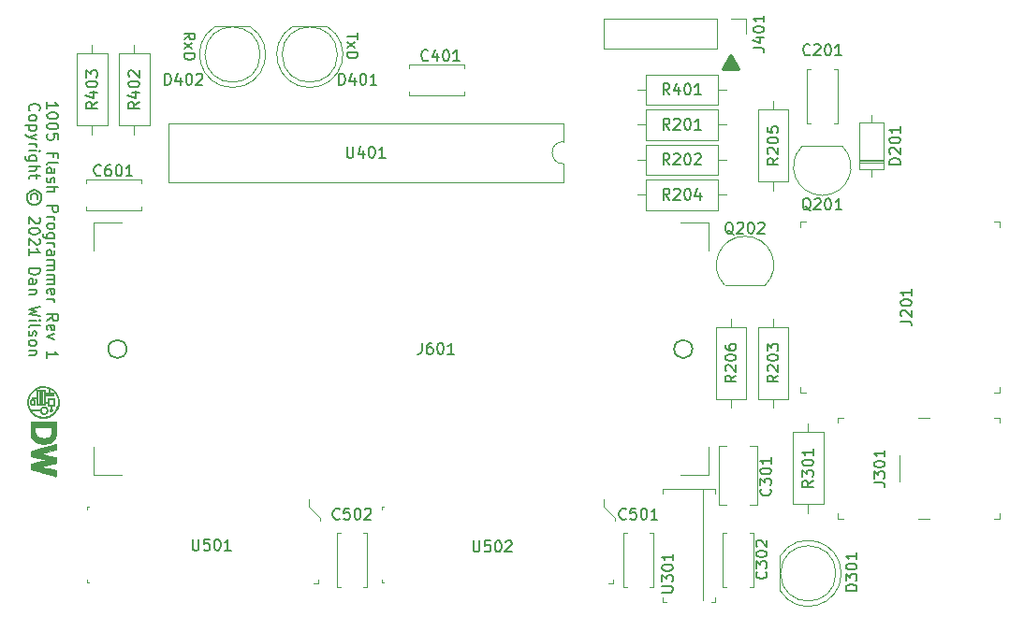
<source format=gto>
G04 #@! TF.GenerationSoftware,KiCad,Pcbnew,(5.1.12)-1*
G04 #@! TF.CreationDate,2021-12-13T23:10:33-06:00*
G04 #@! TF.ProjectId,1005 Flash Programmer,31303035-2046-46c6-9173-682050726f67,1*
G04 #@! TF.SameCoordinates,Original*
G04 #@! TF.FileFunction,Legend,Top*
G04 #@! TF.FilePolarity,Positive*
%FSLAX46Y46*%
G04 Gerber Fmt 4.6, Leading zero omitted, Abs format (unit mm)*
G04 Created by KiCad (PCBNEW (5.1.12)-1) date 2021-12-13 23:10:33*
%MOMM*%
%LPD*%
G01*
G04 APERTURE LIST*
%ADD10C,0.300000*%
%ADD11C,0.150000*%
%ADD12C,0.010000*%
%ADD13C,0.120000*%
%ADD14C,0.100000*%
%ADD15C,0.152400*%
%ADD16O,1.600000X1.600000*%
%ADD17C,1.600000*%
%ADD18R,1.600000X1.600000*%
%ADD19R,1.050000X1.500000*%
%ADD20O,1.050000X1.500000*%
%ADD21R,1.960000X1.960000*%
%ADD22C,1.960000*%
%ADD23C,3.200000*%
%ADD24C,1.800000*%
%ADD25R,1.800000X1.800000*%
%ADD26R,2.600000X2.000000*%
%ADD27R,2.000000X2.600000*%
%ADD28R,1.700000X1.700000*%
%ADD29O,1.700000X1.700000*%
%ADD30R,1.625600X1.625600*%
%ADD31C,1.625600*%
%ADD32R,2.000000X2.000000*%
%ADD33C,2.000000*%
G04 APERTURE END LIST*
D10*
X181038571Y-101572142D02*
X181038571Y-101643571D01*
X181110000Y-101429285D02*
X181110000Y-101643571D01*
X181181428Y-101286428D02*
X181181428Y-101643571D01*
X181252857Y-101143571D02*
X181252857Y-101643571D01*
X181324285Y-101072142D02*
X181324285Y-101643571D01*
X181395714Y-100929285D02*
X181395714Y-101643571D01*
X181467142Y-100786428D02*
X181467142Y-101643571D01*
X181538571Y-100643571D02*
X181538571Y-101643571D01*
X181610000Y-100500714D02*
X181610000Y-101643571D01*
X181681428Y-100643571D02*
X181681428Y-101643571D01*
X181752857Y-100786428D02*
X181752857Y-101643571D01*
X181824285Y-100929285D02*
X181824285Y-101643571D01*
X181895714Y-101072142D02*
X181895714Y-101643571D01*
X181967142Y-101143571D02*
X181967142Y-101643571D01*
X182038571Y-101286428D02*
X182038571Y-101643571D01*
X182110000Y-101429285D02*
X182110000Y-101643571D01*
X182181428Y-101643571D02*
X181610000Y-100572142D01*
X181038571Y-101643571D01*
X182181428Y-101572142D02*
X182181428Y-101643571D01*
X181610000Y-100500714D02*
X182252857Y-101643571D01*
X180967142Y-101643571D01*
X181610000Y-100500714D01*
D11*
X147867619Y-98377523D02*
X147867619Y-98948952D01*
X146867619Y-98663238D02*
X147867619Y-98663238D01*
X146867619Y-99187047D02*
X147534285Y-99710857D01*
X147534285Y-99187047D02*
X146867619Y-99710857D01*
X146867619Y-100091809D02*
X147867619Y-100091809D01*
X147867619Y-100329904D01*
X147820000Y-100472761D01*
X147724761Y-100568000D01*
X147629523Y-100615619D01*
X147439047Y-100663238D01*
X147296190Y-100663238D01*
X147105714Y-100615619D01*
X147010476Y-100568000D01*
X146915238Y-100472761D01*
X146867619Y-100329904D01*
X146867619Y-100091809D01*
X132135619Y-98972761D02*
X132611809Y-98639428D01*
X132135619Y-98401333D02*
X133135619Y-98401333D01*
X133135619Y-98782285D01*
X133088000Y-98877523D01*
X133040380Y-98925142D01*
X132945142Y-98972761D01*
X132802285Y-98972761D01*
X132707047Y-98925142D01*
X132659428Y-98877523D01*
X132611809Y-98782285D01*
X132611809Y-98401333D01*
X132135619Y-99306095D02*
X132802285Y-99829904D01*
X132802285Y-99306095D02*
X132135619Y-99829904D01*
X132135619Y-100210857D02*
X133135619Y-100210857D01*
X133135619Y-100448952D01*
X133088000Y-100591809D01*
X132992761Y-100687047D01*
X132897523Y-100734666D01*
X132707047Y-100782285D01*
X132564190Y-100782285D01*
X132373714Y-100734666D01*
X132278476Y-100687047D01*
X132183238Y-100591809D01*
X132135619Y-100448952D01*
X132135619Y-100210857D01*
X119752619Y-105205000D02*
X119752619Y-104633571D01*
X119752619Y-104919285D02*
X120752619Y-104919285D01*
X120609761Y-104824047D01*
X120514523Y-104728809D01*
X120466904Y-104633571D01*
X120752619Y-105824047D02*
X120752619Y-105919285D01*
X120705000Y-106014523D01*
X120657380Y-106062142D01*
X120562142Y-106109761D01*
X120371666Y-106157380D01*
X120133571Y-106157380D01*
X119943095Y-106109761D01*
X119847857Y-106062142D01*
X119800238Y-106014523D01*
X119752619Y-105919285D01*
X119752619Y-105824047D01*
X119800238Y-105728809D01*
X119847857Y-105681190D01*
X119943095Y-105633571D01*
X120133571Y-105585952D01*
X120371666Y-105585952D01*
X120562142Y-105633571D01*
X120657380Y-105681190D01*
X120705000Y-105728809D01*
X120752619Y-105824047D01*
X120752619Y-106776428D02*
X120752619Y-106871666D01*
X120705000Y-106966904D01*
X120657380Y-107014523D01*
X120562142Y-107062142D01*
X120371666Y-107109761D01*
X120133571Y-107109761D01*
X119943095Y-107062142D01*
X119847857Y-107014523D01*
X119800238Y-106966904D01*
X119752619Y-106871666D01*
X119752619Y-106776428D01*
X119800238Y-106681190D01*
X119847857Y-106633571D01*
X119943095Y-106585952D01*
X120133571Y-106538333D01*
X120371666Y-106538333D01*
X120562142Y-106585952D01*
X120657380Y-106633571D01*
X120705000Y-106681190D01*
X120752619Y-106776428D01*
X120752619Y-108014523D02*
X120752619Y-107538333D01*
X120276428Y-107490714D01*
X120324047Y-107538333D01*
X120371666Y-107633571D01*
X120371666Y-107871666D01*
X120324047Y-107966904D01*
X120276428Y-108014523D01*
X120181190Y-108062142D01*
X119943095Y-108062142D01*
X119847857Y-108014523D01*
X119800238Y-107966904D01*
X119752619Y-107871666D01*
X119752619Y-107633571D01*
X119800238Y-107538333D01*
X119847857Y-107490714D01*
X120276428Y-109585952D02*
X120276428Y-109252619D01*
X119752619Y-109252619D02*
X120752619Y-109252619D01*
X120752619Y-109728809D01*
X119752619Y-110252619D02*
X119800238Y-110157380D01*
X119895476Y-110109761D01*
X120752619Y-110109761D01*
X119752619Y-111062142D02*
X120276428Y-111062142D01*
X120371666Y-111014523D01*
X120419285Y-110919285D01*
X120419285Y-110728809D01*
X120371666Y-110633571D01*
X119800238Y-111062142D02*
X119752619Y-110966904D01*
X119752619Y-110728809D01*
X119800238Y-110633571D01*
X119895476Y-110585952D01*
X119990714Y-110585952D01*
X120085952Y-110633571D01*
X120133571Y-110728809D01*
X120133571Y-110966904D01*
X120181190Y-111062142D01*
X119800238Y-111490714D02*
X119752619Y-111585952D01*
X119752619Y-111776428D01*
X119800238Y-111871666D01*
X119895476Y-111919285D01*
X119943095Y-111919285D01*
X120038333Y-111871666D01*
X120085952Y-111776428D01*
X120085952Y-111633571D01*
X120133571Y-111538333D01*
X120228809Y-111490714D01*
X120276428Y-111490714D01*
X120371666Y-111538333D01*
X120419285Y-111633571D01*
X120419285Y-111776428D01*
X120371666Y-111871666D01*
X119752619Y-112347857D02*
X120752619Y-112347857D01*
X119752619Y-112776428D02*
X120276428Y-112776428D01*
X120371666Y-112728809D01*
X120419285Y-112633571D01*
X120419285Y-112490714D01*
X120371666Y-112395476D01*
X120324047Y-112347857D01*
X119752619Y-114014523D02*
X120752619Y-114014523D01*
X120752619Y-114395476D01*
X120705000Y-114490714D01*
X120657380Y-114538333D01*
X120562142Y-114585952D01*
X120419285Y-114585952D01*
X120324047Y-114538333D01*
X120276428Y-114490714D01*
X120228809Y-114395476D01*
X120228809Y-114014523D01*
X119752619Y-115014523D02*
X120419285Y-115014523D01*
X120228809Y-115014523D02*
X120324047Y-115062142D01*
X120371666Y-115109761D01*
X120419285Y-115205000D01*
X120419285Y-115300238D01*
X119752619Y-115776428D02*
X119800238Y-115681190D01*
X119847857Y-115633571D01*
X119943095Y-115585952D01*
X120228809Y-115585952D01*
X120324047Y-115633571D01*
X120371666Y-115681190D01*
X120419285Y-115776428D01*
X120419285Y-115919285D01*
X120371666Y-116014523D01*
X120324047Y-116062142D01*
X120228809Y-116109761D01*
X119943095Y-116109761D01*
X119847857Y-116062142D01*
X119800238Y-116014523D01*
X119752619Y-115919285D01*
X119752619Y-115776428D01*
X120419285Y-116966904D02*
X119609761Y-116966904D01*
X119514523Y-116919285D01*
X119466904Y-116871666D01*
X119419285Y-116776428D01*
X119419285Y-116633571D01*
X119466904Y-116538333D01*
X119800238Y-116966904D02*
X119752619Y-116871666D01*
X119752619Y-116681190D01*
X119800238Y-116585952D01*
X119847857Y-116538333D01*
X119943095Y-116490714D01*
X120228809Y-116490714D01*
X120324047Y-116538333D01*
X120371666Y-116585952D01*
X120419285Y-116681190D01*
X120419285Y-116871666D01*
X120371666Y-116966904D01*
X119752619Y-117443095D02*
X120419285Y-117443095D01*
X120228809Y-117443095D02*
X120324047Y-117490714D01*
X120371666Y-117538333D01*
X120419285Y-117633571D01*
X120419285Y-117728809D01*
X119752619Y-118490714D02*
X120276428Y-118490714D01*
X120371666Y-118443095D01*
X120419285Y-118347857D01*
X120419285Y-118157380D01*
X120371666Y-118062142D01*
X119800238Y-118490714D02*
X119752619Y-118395476D01*
X119752619Y-118157380D01*
X119800238Y-118062142D01*
X119895476Y-118014523D01*
X119990714Y-118014523D01*
X120085952Y-118062142D01*
X120133571Y-118157380D01*
X120133571Y-118395476D01*
X120181190Y-118490714D01*
X119752619Y-118966904D02*
X120419285Y-118966904D01*
X120324047Y-118966904D02*
X120371666Y-119014523D01*
X120419285Y-119109761D01*
X120419285Y-119252619D01*
X120371666Y-119347857D01*
X120276428Y-119395476D01*
X119752619Y-119395476D01*
X120276428Y-119395476D02*
X120371666Y-119443095D01*
X120419285Y-119538333D01*
X120419285Y-119681190D01*
X120371666Y-119776428D01*
X120276428Y-119824047D01*
X119752619Y-119824047D01*
X119752619Y-120300238D02*
X120419285Y-120300238D01*
X120324047Y-120300238D02*
X120371666Y-120347857D01*
X120419285Y-120443095D01*
X120419285Y-120585952D01*
X120371666Y-120681190D01*
X120276428Y-120728809D01*
X119752619Y-120728809D01*
X120276428Y-120728809D02*
X120371666Y-120776428D01*
X120419285Y-120871666D01*
X120419285Y-121014523D01*
X120371666Y-121109761D01*
X120276428Y-121157380D01*
X119752619Y-121157380D01*
X119800238Y-122014523D02*
X119752619Y-121919285D01*
X119752619Y-121728809D01*
X119800238Y-121633571D01*
X119895476Y-121585952D01*
X120276428Y-121585952D01*
X120371666Y-121633571D01*
X120419285Y-121728809D01*
X120419285Y-121919285D01*
X120371666Y-122014523D01*
X120276428Y-122062142D01*
X120181190Y-122062142D01*
X120085952Y-121585952D01*
X119752619Y-122490714D02*
X120419285Y-122490714D01*
X120228809Y-122490714D02*
X120324047Y-122538333D01*
X120371666Y-122585952D01*
X120419285Y-122681190D01*
X120419285Y-122776428D01*
X119752619Y-124443095D02*
X120228809Y-124109761D01*
X119752619Y-123871666D02*
X120752619Y-123871666D01*
X120752619Y-124252619D01*
X120705000Y-124347857D01*
X120657380Y-124395476D01*
X120562142Y-124443095D01*
X120419285Y-124443095D01*
X120324047Y-124395476D01*
X120276428Y-124347857D01*
X120228809Y-124252619D01*
X120228809Y-123871666D01*
X119800238Y-125252619D02*
X119752619Y-125157380D01*
X119752619Y-124966904D01*
X119800238Y-124871666D01*
X119895476Y-124824047D01*
X120276428Y-124824047D01*
X120371666Y-124871666D01*
X120419285Y-124966904D01*
X120419285Y-125157380D01*
X120371666Y-125252619D01*
X120276428Y-125300238D01*
X120181190Y-125300238D01*
X120085952Y-124824047D01*
X120419285Y-125633571D02*
X119752619Y-125871666D01*
X120419285Y-126109761D01*
X119752619Y-127776428D02*
X119752619Y-127205000D01*
X119752619Y-127490714D02*
X120752619Y-127490714D01*
X120609761Y-127395476D01*
X120514523Y-127300238D01*
X120466904Y-127205000D01*
X118197857Y-105419285D02*
X118150238Y-105371666D01*
X118102619Y-105228809D01*
X118102619Y-105133571D01*
X118150238Y-104990714D01*
X118245476Y-104895476D01*
X118340714Y-104847857D01*
X118531190Y-104800238D01*
X118674047Y-104800238D01*
X118864523Y-104847857D01*
X118959761Y-104895476D01*
X119055000Y-104990714D01*
X119102619Y-105133571D01*
X119102619Y-105228809D01*
X119055000Y-105371666D01*
X119007380Y-105419285D01*
X118102619Y-105990714D02*
X118150238Y-105895476D01*
X118197857Y-105847857D01*
X118293095Y-105800238D01*
X118578809Y-105800238D01*
X118674047Y-105847857D01*
X118721666Y-105895476D01*
X118769285Y-105990714D01*
X118769285Y-106133571D01*
X118721666Y-106228809D01*
X118674047Y-106276428D01*
X118578809Y-106324047D01*
X118293095Y-106324047D01*
X118197857Y-106276428D01*
X118150238Y-106228809D01*
X118102619Y-106133571D01*
X118102619Y-105990714D01*
X118769285Y-106752619D02*
X117769285Y-106752619D01*
X118721666Y-106752619D02*
X118769285Y-106847857D01*
X118769285Y-107038333D01*
X118721666Y-107133571D01*
X118674047Y-107181190D01*
X118578809Y-107228809D01*
X118293095Y-107228809D01*
X118197857Y-107181190D01*
X118150238Y-107133571D01*
X118102619Y-107038333D01*
X118102619Y-106847857D01*
X118150238Y-106752619D01*
X118769285Y-107562142D02*
X118102619Y-107800238D01*
X118769285Y-108038333D02*
X118102619Y-107800238D01*
X117864523Y-107705000D01*
X117816904Y-107657380D01*
X117769285Y-107562142D01*
X118102619Y-108419285D02*
X118769285Y-108419285D01*
X118578809Y-108419285D02*
X118674047Y-108466904D01*
X118721666Y-108514523D01*
X118769285Y-108609761D01*
X118769285Y-108705000D01*
X118102619Y-109038333D02*
X118769285Y-109038333D01*
X119102619Y-109038333D02*
X119055000Y-108990714D01*
X119007380Y-109038333D01*
X119055000Y-109085952D01*
X119102619Y-109038333D01*
X119007380Y-109038333D01*
X118769285Y-109943095D02*
X117959761Y-109943095D01*
X117864523Y-109895476D01*
X117816904Y-109847857D01*
X117769285Y-109752619D01*
X117769285Y-109609761D01*
X117816904Y-109514523D01*
X118150238Y-109943095D02*
X118102619Y-109847857D01*
X118102619Y-109657380D01*
X118150238Y-109562142D01*
X118197857Y-109514523D01*
X118293095Y-109466904D01*
X118578809Y-109466904D01*
X118674047Y-109514523D01*
X118721666Y-109562142D01*
X118769285Y-109657380D01*
X118769285Y-109847857D01*
X118721666Y-109943095D01*
X118102619Y-110419285D02*
X119102619Y-110419285D01*
X118102619Y-110847857D02*
X118626428Y-110847857D01*
X118721666Y-110800238D01*
X118769285Y-110705000D01*
X118769285Y-110562142D01*
X118721666Y-110466904D01*
X118674047Y-110419285D01*
X118769285Y-111181190D02*
X118769285Y-111562142D01*
X119102619Y-111324047D02*
X118245476Y-111324047D01*
X118150238Y-111371666D01*
X118102619Y-111466904D01*
X118102619Y-111562142D01*
X118864523Y-113466904D02*
X118912142Y-113371666D01*
X118912142Y-113181190D01*
X118864523Y-113085952D01*
X118769285Y-112990714D01*
X118674047Y-112943095D01*
X118483571Y-112943095D01*
X118388333Y-112990714D01*
X118293095Y-113085952D01*
X118245476Y-113181190D01*
X118245476Y-113371666D01*
X118293095Y-113466904D01*
X119245476Y-113276428D02*
X119197857Y-113038333D01*
X119055000Y-112800238D01*
X118816904Y-112657380D01*
X118578809Y-112609761D01*
X118340714Y-112657380D01*
X118102619Y-112800238D01*
X117959761Y-113038333D01*
X117912142Y-113276428D01*
X117959761Y-113514523D01*
X118102619Y-113752619D01*
X118340714Y-113895476D01*
X118578809Y-113943095D01*
X118816904Y-113895476D01*
X119055000Y-113752619D01*
X119197857Y-113514523D01*
X119245476Y-113276428D01*
X119007380Y-115085952D02*
X119055000Y-115133571D01*
X119102619Y-115228809D01*
X119102619Y-115466904D01*
X119055000Y-115562142D01*
X119007380Y-115609761D01*
X118912142Y-115657380D01*
X118816904Y-115657380D01*
X118674047Y-115609761D01*
X118102619Y-115038333D01*
X118102619Y-115657380D01*
X119102619Y-116276428D02*
X119102619Y-116371666D01*
X119055000Y-116466904D01*
X119007380Y-116514523D01*
X118912142Y-116562142D01*
X118721666Y-116609761D01*
X118483571Y-116609761D01*
X118293095Y-116562142D01*
X118197857Y-116514523D01*
X118150238Y-116466904D01*
X118102619Y-116371666D01*
X118102619Y-116276428D01*
X118150238Y-116181190D01*
X118197857Y-116133571D01*
X118293095Y-116085952D01*
X118483571Y-116038333D01*
X118721666Y-116038333D01*
X118912142Y-116085952D01*
X119007380Y-116133571D01*
X119055000Y-116181190D01*
X119102619Y-116276428D01*
X119007380Y-116990714D02*
X119055000Y-117038333D01*
X119102619Y-117133571D01*
X119102619Y-117371666D01*
X119055000Y-117466904D01*
X119007380Y-117514523D01*
X118912142Y-117562142D01*
X118816904Y-117562142D01*
X118674047Y-117514523D01*
X118102619Y-116943095D01*
X118102619Y-117562142D01*
X118102619Y-118514523D02*
X118102619Y-117943095D01*
X118102619Y-118228809D02*
X119102619Y-118228809D01*
X118959761Y-118133571D01*
X118864523Y-118038333D01*
X118816904Y-117943095D01*
X118102619Y-119705000D02*
X119102619Y-119705000D01*
X119102619Y-119943095D01*
X119055000Y-120085952D01*
X118959761Y-120181190D01*
X118864523Y-120228809D01*
X118674047Y-120276428D01*
X118531190Y-120276428D01*
X118340714Y-120228809D01*
X118245476Y-120181190D01*
X118150238Y-120085952D01*
X118102619Y-119943095D01*
X118102619Y-119705000D01*
X118102619Y-121133571D02*
X118626428Y-121133571D01*
X118721666Y-121085952D01*
X118769285Y-120990714D01*
X118769285Y-120800238D01*
X118721666Y-120705000D01*
X118150238Y-121133571D02*
X118102619Y-121038333D01*
X118102619Y-120800238D01*
X118150238Y-120705000D01*
X118245476Y-120657380D01*
X118340714Y-120657380D01*
X118435952Y-120705000D01*
X118483571Y-120800238D01*
X118483571Y-121038333D01*
X118531190Y-121133571D01*
X118769285Y-121609761D02*
X118102619Y-121609761D01*
X118674047Y-121609761D02*
X118721666Y-121657380D01*
X118769285Y-121752619D01*
X118769285Y-121895476D01*
X118721666Y-121990714D01*
X118626428Y-122038333D01*
X118102619Y-122038333D01*
X119102619Y-123181190D02*
X118102619Y-123419285D01*
X118816904Y-123609761D01*
X118102619Y-123800238D01*
X119102619Y-124038333D01*
X118102619Y-124419285D02*
X118769285Y-124419285D01*
X119102619Y-124419285D02*
X119055000Y-124371666D01*
X119007380Y-124419285D01*
X119055000Y-124466904D01*
X119102619Y-124419285D01*
X119007380Y-124419285D01*
X118102619Y-125038333D02*
X118150238Y-124943095D01*
X118245476Y-124895476D01*
X119102619Y-124895476D01*
X118150238Y-125371666D02*
X118102619Y-125466904D01*
X118102619Y-125657380D01*
X118150238Y-125752619D01*
X118245476Y-125800238D01*
X118293095Y-125800238D01*
X118388333Y-125752619D01*
X118435952Y-125657380D01*
X118435952Y-125514523D01*
X118483571Y-125419285D01*
X118578809Y-125371666D01*
X118626428Y-125371666D01*
X118721666Y-125419285D01*
X118769285Y-125514523D01*
X118769285Y-125657380D01*
X118721666Y-125752619D01*
X118102619Y-126371666D02*
X118150238Y-126276428D01*
X118197857Y-126228809D01*
X118293095Y-126181190D01*
X118578809Y-126181190D01*
X118674047Y-126228809D01*
X118721666Y-126276428D01*
X118769285Y-126371666D01*
X118769285Y-126514523D01*
X118721666Y-126609761D01*
X118674047Y-126657380D01*
X118578809Y-126705000D01*
X118293095Y-126705000D01*
X118197857Y-126657380D01*
X118150238Y-126609761D01*
X118102619Y-126514523D01*
X118102619Y-126371666D01*
X118769285Y-127133571D02*
X118102619Y-127133571D01*
X118674047Y-127133571D02*
X118721666Y-127181190D01*
X118769285Y-127276428D01*
X118769285Y-127419285D01*
X118721666Y-127514523D01*
X118626428Y-127562142D01*
X118102619Y-127562142D01*
D12*
G36*
X120800885Y-132051005D02*
G01*
X120746526Y-132278170D01*
X120654818Y-132487183D01*
X120524634Y-132680804D01*
X120407435Y-132811241D01*
X120315489Y-132899237D01*
X120234801Y-132965096D01*
X120150212Y-133019762D01*
X120046563Y-133074178D01*
X120036167Y-133079250D01*
X119892386Y-133144406D01*
X119767069Y-133188523D01*
X119644688Y-133215107D01*
X119509718Y-133227667D01*
X119369417Y-133229915D01*
X119248021Y-133227025D01*
X119152751Y-133218626D01*
X119067526Y-133202457D01*
X118976263Y-133176254D01*
X118967250Y-133173342D01*
X118744497Y-133080099D01*
X118540897Y-132953479D01*
X118360900Y-132797832D01*
X118208957Y-132617506D01*
X118089516Y-132416851D01*
X118021877Y-132249333D01*
X117995852Y-132138718D01*
X117977906Y-132000395D01*
X117968518Y-131848304D01*
X117968164Y-131696382D01*
X117977321Y-131558568D01*
X117994715Y-131455583D01*
X118071459Y-131233782D01*
X118185048Y-131026740D01*
X118331014Y-130839984D01*
X118504888Y-130679041D01*
X118702202Y-130549437D01*
X118745460Y-130527083D01*
X118932958Y-130445630D01*
X119108335Y-130394938D01*
X119285146Y-130372113D01*
X119390583Y-130372910D01*
X119390583Y-130461634D01*
X119275046Y-130463146D01*
X119188143Y-130468104D01*
X119116197Y-130478545D01*
X119045534Y-130496507D01*
X118962476Y-130524026D01*
X118955732Y-130526402D01*
X118855185Y-130566449D01*
X118752747Y-130614626D01*
X118667691Y-130661733D01*
X118654305Y-130670320D01*
X118493378Y-130799144D01*
X118346518Y-130959067D01*
X118221193Y-131139767D01*
X118124871Y-131330922D01*
X118078499Y-131466167D01*
X118057659Y-131584790D01*
X118049584Y-131729424D01*
X118053609Y-131885935D01*
X118069068Y-132040188D01*
X118095293Y-132178047D01*
X118115223Y-132245060D01*
X118146401Y-132327364D01*
X118177457Y-132400040D01*
X118202124Y-132448520D01*
X118203971Y-132451435D01*
X118237976Y-132503333D01*
X119099542Y-132503333D01*
X119111296Y-132444563D01*
X119149881Y-132350810D01*
X119218944Y-132277275D01*
X119310061Y-132227485D01*
X119414807Y-132204965D01*
X119466438Y-132208851D01*
X119466438Y-132287233D01*
X119385401Y-132292835D01*
X119291743Y-132333048D01*
X119224437Y-132400212D01*
X119187056Y-132485600D01*
X119183169Y-132580482D01*
X119216349Y-132676130D01*
X119223623Y-132688247D01*
X119291564Y-132760181D01*
X119377121Y-132799184D01*
X119470235Y-132804361D01*
X119560849Y-132774817D01*
X119626209Y-132724076D01*
X119672982Y-132666062D01*
X119693709Y-132611310D01*
X119697500Y-132557873D01*
X119679592Y-132454853D01*
X119630490Y-132371482D01*
X119557128Y-132313646D01*
X119466438Y-132287233D01*
X119466438Y-132208851D01*
X119524756Y-132213241D01*
X119601043Y-132239596D01*
X119686735Y-132301615D01*
X119745518Y-132387587D01*
X119776610Y-132488156D01*
X119779232Y-132593968D01*
X119752603Y-132695667D01*
X119695941Y-132783898D01*
X119649853Y-132824617D01*
X119568977Y-132861746D01*
X119467559Y-132879840D01*
X119363862Y-132876778D01*
X119309077Y-132864210D01*
X119229298Y-132820011D01*
X119161024Y-132750603D01*
X119117502Y-132670458D01*
X119111651Y-132648544D01*
X119099542Y-132588000D01*
X118699276Y-132588000D01*
X118549877Y-132587990D01*
X118440142Y-132589694D01*
X118367412Y-132595714D01*
X118329027Y-132608650D01*
X118322328Y-132631103D01*
X118344655Y-132665675D01*
X118393348Y-132714965D01*
X118465748Y-132781576D01*
X118484138Y-132798396D01*
X118653209Y-132928852D01*
X118844258Y-133033905D01*
X119047320Y-133109511D01*
X119252428Y-133151623D01*
X119372847Y-133159132D01*
X119558125Y-133144078D01*
X119753746Y-133100425D01*
X119943078Y-133032204D01*
X119993833Y-133008694D01*
X120179859Y-132895146D01*
X120348375Y-132748097D01*
X120493558Y-132574734D01*
X120609585Y-132382243D01*
X120690633Y-132177813D01*
X120702734Y-132133761D01*
X120723315Y-132012426D01*
X120732557Y-131867013D01*
X120730477Y-131714228D01*
X120717095Y-131570773D01*
X120702051Y-131489200D01*
X120631163Y-131277302D01*
X120523311Y-131076289D01*
X120383693Y-130893262D01*
X120217509Y-130735325D01*
X120078809Y-130637760D01*
X120015000Y-130598955D01*
X120015000Y-130915833D01*
X120205500Y-130915833D01*
X120205500Y-131000500D01*
X119739833Y-131000500D01*
X119739833Y-131127500D01*
X120205500Y-131127500D01*
X120205500Y-131000500D01*
X120205500Y-130915833D01*
X120290167Y-130915833D01*
X120290167Y-131212167D01*
X119655167Y-131212167D01*
X119655167Y-130915833D01*
X119930333Y-130915833D01*
X119930334Y-130737642D01*
X119930334Y-130559451D01*
X119787458Y-130510101D01*
X119714904Y-130487574D01*
X119645389Y-130473048D01*
X119566269Y-130464978D01*
X119464899Y-130461821D01*
X119390583Y-130461634D01*
X119390583Y-130372910D01*
X119464667Y-130373471D01*
X119709014Y-130406262D01*
X119931720Y-130474533D01*
X120136683Y-130580043D01*
X120327796Y-130724553D01*
X120406583Y-130799018D01*
X120565976Y-130983959D01*
X120685322Y-131179986D01*
X120766088Y-131390672D01*
X120809744Y-131619593D01*
X120819021Y-131802927D01*
X120800885Y-132051005D01*
G37*
X120800885Y-132051005D02*
X120746526Y-132278170D01*
X120654818Y-132487183D01*
X120524634Y-132680804D01*
X120407435Y-132811241D01*
X120315489Y-132899237D01*
X120234801Y-132965096D01*
X120150212Y-133019762D01*
X120046563Y-133074178D01*
X120036167Y-133079250D01*
X119892386Y-133144406D01*
X119767069Y-133188523D01*
X119644688Y-133215107D01*
X119509718Y-133227667D01*
X119369417Y-133229915D01*
X119248021Y-133227025D01*
X119152751Y-133218626D01*
X119067526Y-133202457D01*
X118976263Y-133176254D01*
X118967250Y-133173342D01*
X118744497Y-133080099D01*
X118540897Y-132953479D01*
X118360900Y-132797832D01*
X118208957Y-132617506D01*
X118089516Y-132416851D01*
X118021877Y-132249333D01*
X117995852Y-132138718D01*
X117977906Y-132000395D01*
X117968518Y-131848304D01*
X117968164Y-131696382D01*
X117977321Y-131558568D01*
X117994715Y-131455583D01*
X118071459Y-131233782D01*
X118185048Y-131026740D01*
X118331014Y-130839984D01*
X118504888Y-130679041D01*
X118702202Y-130549437D01*
X118745460Y-130527083D01*
X118932958Y-130445630D01*
X119108335Y-130394938D01*
X119285146Y-130372113D01*
X119390583Y-130372910D01*
X119390583Y-130461634D01*
X119275046Y-130463146D01*
X119188143Y-130468104D01*
X119116197Y-130478545D01*
X119045534Y-130496507D01*
X118962476Y-130524026D01*
X118955732Y-130526402D01*
X118855185Y-130566449D01*
X118752747Y-130614626D01*
X118667691Y-130661733D01*
X118654305Y-130670320D01*
X118493378Y-130799144D01*
X118346518Y-130959067D01*
X118221193Y-131139767D01*
X118124871Y-131330922D01*
X118078499Y-131466167D01*
X118057659Y-131584790D01*
X118049584Y-131729424D01*
X118053609Y-131885935D01*
X118069068Y-132040188D01*
X118095293Y-132178047D01*
X118115223Y-132245060D01*
X118146401Y-132327364D01*
X118177457Y-132400040D01*
X118202124Y-132448520D01*
X118203971Y-132451435D01*
X118237976Y-132503333D01*
X119099542Y-132503333D01*
X119111296Y-132444563D01*
X119149881Y-132350810D01*
X119218944Y-132277275D01*
X119310061Y-132227485D01*
X119414807Y-132204965D01*
X119466438Y-132208851D01*
X119466438Y-132287233D01*
X119385401Y-132292835D01*
X119291743Y-132333048D01*
X119224437Y-132400212D01*
X119187056Y-132485600D01*
X119183169Y-132580482D01*
X119216349Y-132676130D01*
X119223623Y-132688247D01*
X119291564Y-132760181D01*
X119377121Y-132799184D01*
X119470235Y-132804361D01*
X119560849Y-132774817D01*
X119626209Y-132724076D01*
X119672982Y-132666062D01*
X119693709Y-132611310D01*
X119697500Y-132557873D01*
X119679592Y-132454853D01*
X119630490Y-132371482D01*
X119557128Y-132313646D01*
X119466438Y-132287233D01*
X119466438Y-132208851D01*
X119524756Y-132213241D01*
X119601043Y-132239596D01*
X119686735Y-132301615D01*
X119745518Y-132387587D01*
X119776610Y-132488156D01*
X119779232Y-132593968D01*
X119752603Y-132695667D01*
X119695941Y-132783898D01*
X119649853Y-132824617D01*
X119568977Y-132861746D01*
X119467559Y-132879840D01*
X119363862Y-132876778D01*
X119309077Y-132864210D01*
X119229298Y-132820011D01*
X119161024Y-132750603D01*
X119117502Y-132670458D01*
X119111651Y-132648544D01*
X119099542Y-132588000D01*
X118699276Y-132588000D01*
X118549877Y-132587990D01*
X118440142Y-132589694D01*
X118367412Y-132595714D01*
X118329027Y-132608650D01*
X118322328Y-132631103D01*
X118344655Y-132665675D01*
X118393348Y-132714965D01*
X118465748Y-132781576D01*
X118484138Y-132798396D01*
X118653209Y-132928852D01*
X118844258Y-133033905D01*
X119047320Y-133109511D01*
X119252428Y-133151623D01*
X119372847Y-133159132D01*
X119558125Y-133144078D01*
X119753746Y-133100425D01*
X119943078Y-133032204D01*
X119993833Y-133008694D01*
X120179859Y-132895146D01*
X120348375Y-132748097D01*
X120493558Y-132574734D01*
X120609585Y-132382243D01*
X120690633Y-132177813D01*
X120702734Y-132133761D01*
X120723315Y-132012426D01*
X120732557Y-131867013D01*
X120730477Y-131714228D01*
X120717095Y-131570773D01*
X120702051Y-131489200D01*
X120631163Y-131277302D01*
X120523311Y-131076289D01*
X120383693Y-130893262D01*
X120217509Y-130735325D01*
X120078809Y-130637760D01*
X120015000Y-130598955D01*
X120015000Y-130915833D01*
X120205500Y-130915833D01*
X120205500Y-131000500D01*
X119739833Y-131000500D01*
X119739833Y-131127500D01*
X120205500Y-131127500D01*
X120205500Y-131000500D01*
X120205500Y-130915833D01*
X120290167Y-130915833D01*
X120290167Y-131212167D01*
X119655167Y-131212167D01*
X119655167Y-130915833D01*
X119930333Y-130915833D01*
X119930334Y-130737642D01*
X119930334Y-130559451D01*
X119787458Y-130510101D01*
X119714904Y-130487574D01*
X119645389Y-130473048D01*
X119566269Y-130464978D01*
X119464899Y-130461821D01*
X119390583Y-130461634D01*
X119390583Y-130372910D01*
X119464667Y-130373471D01*
X119709014Y-130406262D01*
X119931720Y-130474533D01*
X120136683Y-130580043D01*
X120327796Y-130724553D01*
X120406583Y-130799018D01*
X120565976Y-130983959D01*
X120685322Y-131179986D01*
X120766088Y-131390672D01*
X120809744Y-131619593D01*
X120819021Y-131802927D01*
X120800885Y-132051005D01*
G36*
X120543657Y-134414343D02*
G01*
X120541589Y-134577805D01*
X120537152Y-134709814D01*
X120529536Y-134815807D01*
X120517932Y-134901223D01*
X120501528Y-134971497D01*
X120479516Y-135032066D01*
X120451085Y-135088368D01*
X120415424Y-135145841D01*
X120402452Y-135165222D01*
X120289431Y-135297621D01*
X120146667Y-135403697D01*
X119972156Y-135484639D01*
X119772945Y-135539797D01*
X119552731Y-135569444D01*
X119333716Y-135569160D01*
X119121149Y-135540855D01*
X118920280Y-135486437D01*
X118736358Y-135407816D01*
X118574632Y-135306901D01*
X118440351Y-135185601D01*
X118338764Y-135045827D01*
X118320731Y-135011583D01*
X118306100Y-134980782D01*
X118294456Y-134951147D01*
X118285400Y-134917538D01*
X118278537Y-134874814D01*
X118273470Y-134817837D01*
X118269802Y-134741464D01*
X118267136Y-134640558D01*
X118265076Y-134509978D01*
X118263225Y-134344583D01*
X118262329Y-134254875D01*
X118255909Y-133604000D01*
X118660333Y-133604000D01*
X118660333Y-134090833D01*
X118660798Y-134360708D01*
X118662320Y-134484176D01*
X118667060Y-134574460D01*
X118676019Y-134640653D01*
X118690197Y-134691847D01*
X118699823Y-134715250D01*
X118776057Y-134832459D01*
X118886570Y-134926562D01*
X119029587Y-134996642D01*
X119203338Y-135041785D01*
X119366105Y-135059479D01*
X119566782Y-135058306D01*
X119738986Y-135032845D01*
X119880397Y-134983700D01*
X119988698Y-134911478D01*
X120008698Y-134891646D01*
X120053917Y-134834678D01*
X120087207Y-134769753D01*
X120110528Y-134689119D01*
X120125841Y-134585027D01*
X120135107Y-134449727D01*
X120137662Y-134381875D01*
X120146804Y-134090833D01*
X118660333Y-134090833D01*
X118660333Y-133604000D01*
X120544167Y-133604000D01*
X120544167Y-134213991D01*
X120543657Y-134414343D01*
G37*
X120543657Y-134414343D02*
X120541589Y-134577805D01*
X120537152Y-134709814D01*
X120529536Y-134815807D01*
X120517932Y-134901223D01*
X120501528Y-134971497D01*
X120479516Y-135032066D01*
X120451085Y-135088368D01*
X120415424Y-135145841D01*
X120402452Y-135165222D01*
X120289431Y-135297621D01*
X120146667Y-135403697D01*
X119972156Y-135484639D01*
X119772945Y-135539797D01*
X119552731Y-135569444D01*
X119333716Y-135569160D01*
X119121149Y-135540855D01*
X118920280Y-135486437D01*
X118736358Y-135407816D01*
X118574632Y-135306901D01*
X118440351Y-135185601D01*
X118338764Y-135045827D01*
X118320731Y-135011583D01*
X118306100Y-134980782D01*
X118294456Y-134951147D01*
X118285400Y-134917538D01*
X118278537Y-134874814D01*
X118273470Y-134817837D01*
X118269802Y-134741464D01*
X118267136Y-134640558D01*
X118265076Y-134509978D01*
X118263225Y-134344583D01*
X118262329Y-134254875D01*
X118255909Y-133604000D01*
X118660333Y-133604000D01*
X118660333Y-134090833D01*
X118660798Y-134360708D01*
X118662320Y-134484176D01*
X118667060Y-134574460D01*
X118676019Y-134640653D01*
X118690197Y-134691847D01*
X118699823Y-134715250D01*
X118776057Y-134832459D01*
X118886570Y-134926562D01*
X119029587Y-134996642D01*
X119203338Y-135041785D01*
X119366105Y-135059479D01*
X119566782Y-135058306D01*
X119738986Y-135032845D01*
X119880397Y-134983700D01*
X119988698Y-134911478D01*
X120008698Y-134891646D01*
X120053917Y-134834678D01*
X120087207Y-134769753D01*
X120110528Y-134689119D01*
X120125841Y-134585027D01*
X120135107Y-134449727D01*
X120137662Y-134381875D01*
X120146804Y-134090833D01*
X118660333Y-134090833D01*
X118660333Y-133604000D01*
X120544167Y-133604000D01*
X120544167Y-134213991D01*
X120543657Y-134414343D01*
G36*
X119844828Y-136315146D02*
G01*
X119642560Y-136367268D01*
X119475420Y-136411829D01*
X119344603Y-136448478D01*
X119251305Y-136476867D01*
X119196721Y-136496647D01*
X119182046Y-136507468D01*
X119183369Y-136508301D01*
X119210234Y-136515385D01*
X119272197Y-136529852D01*
X119363153Y-136550384D01*
X119477001Y-136575661D01*
X119607635Y-136604362D01*
X119748953Y-136635170D01*
X119894852Y-136666763D01*
X120039227Y-136697824D01*
X120175976Y-136727032D01*
X120298995Y-136753068D01*
X120402180Y-136774612D01*
X120479428Y-136790346D01*
X120524636Y-136798949D01*
X120533473Y-136800167D01*
X120537531Y-136819994D01*
X120540882Y-136874123D01*
X120543200Y-136954524D01*
X120544158Y-137053168D01*
X120544167Y-137063755D01*
X120544167Y-137327343D01*
X120475375Y-137346019D01*
X120437796Y-137355417D01*
X120364725Y-137372977D01*
X120261921Y-137397344D01*
X120135141Y-137427159D01*
X119990142Y-137461067D01*
X119832683Y-137497708D01*
X119777981Y-137510398D01*
X119622278Y-137546921D01*
X119481326Y-137580819D01*
X119360017Y-137610847D01*
X119263242Y-137635764D01*
X119195892Y-137654326D01*
X119162860Y-137665289D01*
X119160408Y-137667342D01*
X119182865Y-137674994D01*
X119241534Y-137691540D01*
X119331531Y-137715699D01*
X119447977Y-137746187D01*
X119585990Y-137781723D01*
X119740687Y-137821024D01*
X119852510Y-137849142D01*
X120533583Y-138019700D01*
X120539540Y-138279404D01*
X120541604Y-138387873D01*
X120541342Y-138460588D01*
X120537915Y-138504100D01*
X120530484Y-138524964D01*
X120518210Y-138529731D01*
X120507790Y-138527473D01*
X120480185Y-138519535D01*
X120416523Y-138501540D01*
X120321524Y-138474808D01*
X120199907Y-138440658D01*
X120056392Y-138400411D01*
X119895697Y-138355386D01*
X119722543Y-138306904D01*
X119541648Y-138256285D01*
X119357732Y-138204848D01*
X119175514Y-138153913D01*
X118999713Y-138104800D01*
X118835049Y-138058829D01*
X118686242Y-138017321D01*
X118558009Y-137981594D01*
X118455072Y-137952969D01*
X118382149Y-137932766D01*
X118345515Y-137922722D01*
X118258167Y-137899201D01*
X118258167Y-137655936D01*
X118259694Y-137540544D01*
X118264583Y-137463000D01*
X118273294Y-137418922D01*
X118284625Y-137404289D01*
X118310908Y-137397453D01*
X118373314Y-137381912D01*
X118466817Y-137358899D01*
X118586389Y-137329644D01*
X118727004Y-137295377D01*
X118883633Y-137257330D01*
X118995069Y-137230328D01*
X119679054Y-137064750D01*
X118973902Y-136895015D01*
X118268750Y-136725281D01*
X118262773Y-136488348D01*
X118256795Y-136251415D01*
X118368606Y-136219379D01*
X118498653Y-136182245D01*
X118649715Y-136139326D01*
X118817398Y-136091850D01*
X118997308Y-136041050D01*
X119185052Y-135988156D01*
X119376234Y-135934400D01*
X119566461Y-135881011D01*
X119751339Y-135829221D01*
X119926474Y-135780261D01*
X120087471Y-135735361D01*
X120229936Y-135695753D01*
X120349476Y-135662666D01*
X120441697Y-135637333D01*
X120502203Y-135620984D01*
X120526602Y-135614850D01*
X120526805Y-135614833D01*
X120533421Y-135634653D01*
X120538875Y-135688738D01*
X120542633Y-135769021D01*
X120544157Y-135867439D01*
X120544167Y-135876092D01*
X120544167Y-136137351D01*
X119844828Y-136315146D01*
G37*
X119844828Y-136315146D02*
X119642560Y-136367268D01*
X119475420Y-136411829D01*
X119344603Y-136448478D01*
X119251305Y-136476867D01*
X119196721Y-136496647D01*
X119182046Y-136507468D01*
X119183369Y-136508301D01*
X119210234Y-136515385D01*
X119272197Y-136529852D01*
X119363153Y-136550384D01*
X119477001Y-136575661D01*
X119607635Y-136604362D01*
X119748953Y-136635170D01*
X119894852Y-136666763D01*
X120039227Y-136697824D01*
X120175976Y-136727032D01*
X120298995Y-136753068D01*
X120402180Y-136774612D01*
X120479428Y-136790346D01*
X120524636Y-136798949D01*
X120533473Y-136800167D01*
X120537531Y-136819994D01*
X120540882Y-136874123D01*
X120543200Y-136954524D01*
X120544158Y-137053168D01*
X120544167Y-137063755D01*
X120544167Y-137327343D01*
X120475375Y-137346019D01*
X120437796Y-137355417D01*
X120364725Y-137372977D01*
X120261921Y-137397344D01*
X120135141Y-137427159D01*
X119990142Y-137461067D01*
X119832683Y-137497708D01*
X119777981Y-137510398D01*
X119622278Y-137546921D01*
X119481326Y-137580819D01*
X119360017Y-137610847D01*
X119263242Y-137635764D01*
X119195892Y-137654326D01*
X119162860Y-137665289D01*
X119160408Y-137667342D01*
X119182865Y-137674994D01*
X119241534Y-137691540D01*
X119331531Y-137715699D01*
X119447977Y-137746187D01*
X119585990Y-137781723D01*
X119740687Y-137821024D01*
X119852510Y-137849142D01*
X120533583Y-138019700D01*
X120539540Y-138279404D01*
X120541604Y-138387873D01*
X120541342Y-138460588D01*
X120537915Y-138504100D01*
X120530484Y-138524964D01*
X120518210Y-138529731D01*
X120507790Y-138527473D01*
X120480185Y-138519535D01*
X120416523Y-138501540D01*
X120321524Y-138474808D01*
X120199907Y-138440658D01*
X120056392Y-138400411D01*
X119895697Y-138355386D01*
X119722543Y-138306904D01*
X119541648Y-138256285D01*
X119357732Y-138204848D01*
X119175514Y-138153913D01*
X118999713Y-138104800D01*
X118835049Y-138058829D01*
X118686242Y-138017321D01*
X118558009Y-137981594D01*
X118455072Y-137952969D01*
X118382149Y-137932766D01*
X118345515Y-137922722D01*
X118258167Y-137899201D01*
X118258167Y-137655936D01*
X118259694Y-137540544D01*
X118264583Y-137463000D01*
X118273294Y-137418922D01*
X118284625Y-137404289D01*
X118310908Y-137397453D01*
X118373314Y-137381912D01*
X118466817Y-137358899D01*
X118586389Y-137329644D01*
X118727004Y-137295377D01*
X118883633Y-137257330D01*
X118995069Y-137230328D01*
X119679054Y-137064750D01*
X118973902Y-136895015D01*
X118268750Y-136725281D01*
X118262773Y-136488348D01*
X118256795Y-136251415D01*
X118368606Y-136219379D01*
X118498653Y-136182245D01*
X118649715Y-136139326D01*
X118817398Y-136091850D01*
X118997308Y-136041050D01*
X119185052Y-135988156D01*
X119376234Y-135934400D01*
X119566461Y-135881011D01*
X119751339Y-135829221D01*
X119926474Y-135780261D01*
X120087471Y-135735361D01*
X120229936Y-135695753D01*
X120349476Y-135662666D01*
X120441697Y-135637333D01*
X120502203Y-135620984D01*
X120526602Y-135614850D01*
X120526805Y-135614833D01*
X120533421Y-135634653D01*
X120538875Y-135688738D01*
X120542633Y-135769021D01*
X120544157Y-135867439D01*
X120544167Y-135876092D01*
X120544167Y-136137351D01*
X119844828Y-136315146D01*
G36*
X120142000Y-132101167D02*
G01*
X120142000Y-132248281D01*
X120145807Y-132341057D01*
X120157611Y-132395463D01*
X120170660Y-132412323D01*
X120219521Y-132463187D01*
X120235143Y-132530393D01*
X120222186Y-132583113D01*
X120179820Y-132630119D01*
X120119759Y-132650915D01*
X120057309Y-132643903D01*
X120007772Y-132607487D01*
X120006428Y-132605615D01*
X119976394Y-132542549D01*
X119983796Y-132483730D01*
X120015000Y-132434057D01*
X120040422Y-132389514D01*
X120053565Y-132329751D01*
X120057333Y-132241508D01*
X120057334Y-132240703D01*
X120057333Y-132101167D01*
X119803333Y-132101167D01*
X119803333Y-131847167D01*
X119549333Y-131847167D01*
X119549333Y-132037667D01*
X119231833Y-132037667D01*
X119231833Y-131000500D01*
X119126000Y-131000500D01*
X119126000Y-132037667D01*
X118787333Y-132037667D01*
X118787333Y-131423833D01*
X118469833Y-131423833D01*
X118469833Y-131487333D01*
X118476360Y-131533655D01*
X118500985Y-131550077D01*
X118513129Y-131550833D01*
X118557280Y-131565185D01*
X118605538Y-131600008D01*
X118608379Y-131602788D01*
X118636769Y-131636874D01*
X118652542Y-131676282D01*
X118659205Y-131734334D01*
X118660333Y-131800181D01*
X118654522Y-131902490D01*
X118632803Y-131971205D01*
X118588747Y-132012514D01*
X118515924Y-132032602D01*
X118413542Y-132037667D01*
X118329866Y-132035483D01*
X118276608Y-132027116D01*
X118241993Y-132009843D01*
X118225333Y-131994135D01*
X118199369Y-131942529D01*
X118182775Y-131865055D01*
X118176676Y-131777366D01*
X118182192Y-131695116D01*
X118199617Y-131635500D01*
X118247750Y-131586823D01*
X118306317Y-131562975D01*
X118353656Y-131548938D01*
X118376821Y-131528928D01*
X118384448Y-131489616D01*
X118385167Y-131441267D01*
X118385167Y-131339167D01*
X118449523Y-131339167D01*
X118449523Y-131637052D01*
X118379026Y-131637364D01*
X118317612Y-131645833D01*
X118283567Y-131660900D01*
X118267564Y-131698939D01*
X118259719Y-131761644D01*
X118260031Y-131832140D01*
X118268500Y-131893555D01*
X118283567Y-131927600D01*
X118319145Y-131942193D01*
X118380403Y-131950863D01*
X118451000Y-131952817D01*
X118514596Y-131947261D01*
X118542186Y-131940152D01*
X118561219Y-131913008D01*
X118572876Y-131858507D01*
X118576740Y-131791050D01*
X118572395Y-131725038D01*
X118559424Y-131674871D01*
X118550267Y-131660900D01*
X118512228Y-131644897D01*
X118449523Y-131637052D01*
X118449523Y-131339167D01*
X118787333Y-131339167D01*
X118787333Y-130725333D01*
X119041333Y-130725333D01*
X119041333Y-130810000D01*
X118872000Y-130810000D01*
X118872000Y-131953000D01*
X119041333Y-131953000D01*
X119041333Y-130810000D01*
X119041333Y-130725333D01*
X119126000Y-130725333D01*
X119126000Y-130820583D01*
X119128193Y-130879360D01*
X119138974Y-130907208D01*
X119164644Y-130915469D01*
X119178917Y-130915833D01*
X119211571Y-130911885D01*
X119227042Y-130892480D01*
X119231631Y-130846274D01*
X119231833Y-130820583D01*
X119231833Y-130725333D01*
X119464667Y-130725333D01*
X119464667Y-130810000D01*
X119316500Y-130810000D01*
X119316500Y-131953000D01*
X119464667Y-131953000D01*
X119464667Y-130810000D01*
X119464667Y-130725333D01*
X119549333Y-130725333D01*
X119549333Y-131762500D01*
X119803333Y-131762500D01*
X119803333Y-131466167D01*
X120332500Y-131466167D01*
X120332500Y-131550833D01*
X119888000Y-131550833D01*
X119888000Y-132016500D01*
X120112847Y-132016500D01*
X120112847Y-132487093D01*
X120075747Y-132496396D01*
X120057383Y-132522849D01*
X120057333Y-132524500D01*
X120074322Y-132550636D01*
X120090506Y-132559725D01*
X120129633Y-132560618D01*
X120155014Y-132539568D01*
X120154425Y-132509239D01*
X120147656Y-132500523D01*
X120112847Y-132487093D01*
X120112847Y-132016500D01*
X120332500Y-132016500D01*
X120332500Y-131550833D01*
X120332500Y-131466167D01*
X120417167Y-131466167D01*
X120417167Y-132101167D01*
X120142000Y-132101167D01*
G37*
X120142000Y-132101167D02*
X120142000Y-132248281D01*
X120145807Y-132341057D01*
X120157611Y-132395463D01*
X120170660Y-132412323D01*
X120219521Y-132463187D01*
X120235143Y-132530393D01*
X120222186Y-132583113D01*
X120179820Y-132630119D01*
X120119759Y-132650915D01*
X120057309Y-132643903D01*
X120007772Y-132607487D01*
X120006428Y-132605615D01*
X119976394Y-132542549D01*
X119983796Y-132483730D01*
X120015000Y-132434057D01*
X120040422Y-132389514D01*
X120053565Y-132329751D01*
X120057333Y-132241508D01*
X120057334Y-132240703D01*
X120057333Y-132101167D01*
X119803333Y-132101167D01*
X119803333Y-131847167D01*
X119549333Y-131847167D01*
X119549333Y-132037667D01*
X119231833Y-132037667D01*
X119231833Y-131000500D01*
X119126000Y-131000500D01*
X119126000Y-132037667D01*
X118787333Y-132037667D01*
X118787333Y-131423833D01*
X118469833Y-131423833D01*
X118469833Y-131487333D01*
X118476360Y-131533655D01*
X118500985Y-131550077D01*
X118513129Y-131550833D01*
X118557280Y-131565185D01*
X118605538Y-131600008D01*
X118608379Y-131602788D01*
X118636769Y-131636874D01*
X118652542Y-131676282D01*
X118659205Y-131734334D01*
X118660333Y-131800181D01*
X118654522Y-131902490D01*
X118632803Y-131971205D01*
X118588747Y-132012514D01*
X118515924Y-132032602D01*
X118413542Y-132037667D01*
X118329866Y-132035483D01*
X118276608Y-132027116D01*
X118241993Y-132009843D01*
X118225333Y-131994135D01*
X118199369Y-131942529D01*
X118182775Y-131865055D01*
X118176676Y-131777366D01*
X118182192Y-131695116D01*
X118199617Y-131635500D01*
X118247750Y-131586823D01*
X118306317Y-131562975D01*
X118353656Y-131548938D01*
X118376821Y-131528928D01*
X118384448Y-131489616D01*
X118385167Y-131441267D01*
X118385167Y-131339167D01*
X118449523Y-131339167D01*
X118449523Y-131637052D01*
X118379026Y-131637364D01*
X118317612Y-131645833D01*
X118283567Y-131660900D01*
X118267564Y-131698939D01*
X118259719Y-131761644D01*
X118260031Y-131832140D01*
X118268500Y-131893555D01*
X118283567Y-131927600D01*
X118319145Y-131942193D01*
X118380403Y-131950863D01*
X118451000Y-131952817D01*
X118514596Y-131947261D01*
X118542186Y-131940152D01*
X118561219Y-131913008D01*
X118572876Y-131858507D01*
X118576740Y-131791050D01*
X118572395Y-131725038D01*
X118559424Y-131674871D01*
X118550267Y-131660900D01*
X118512228Y-131644897D01*
X118449523Y-131637052D01*
X118449523Y-131339167D01*
X118787333Y-131339167D01*
X118787333Y-130725333D01*
X119041333Y-130725333D01*
X119041333Y-130810000D01*
X118872000Y-130810000D01*
X118872000Y-131953000D01*
X119041333Y-131953000D01*
X119041333Y-130810000D01*
X119041333Y-130725333D01*
X119126000Y-130725333D01*
X119126000Y-130820583D01*
X119128193Y-130879360D01*
X119138974Y-130907208D01*
X119164644Y-130915469D01*
X119178917Y-130915833D01*
X119211571Y-130911885D01*
X119227042Y-130892480D01*
X119231631Y-130846274D01*
X119231833Y-130820583D01*
X119231833Y-130725333D01*
X119464667Y-130725333D01*
X119464667Y-130810000D01*
X119316500Y-130810000D01*
X119316500Y-131953000D01*
X119464667Y-131953000D01*
X119464667Y-130810000D01*
X119464667Y-130725333D01*
X119549333Y-130725333D01*
X119549333Y-131762500D01*
X119803333Y-131762500D01*
X119803333Y-131466167D01*
X120332500Y-131466167D01*
X120332500Y-131550833D01*
X119888000Y-131550833D01*
X119888000Y-132016500D01*
X120112847Y-132016500D01*
X120112847Y-132487093D01*
X120075747Y-132496396D01*
X120057383Y-132522849D01*
X120057333Y-132524500D01*
X120074322Y-132550636D01*
X120090506Y-132559725D01*
X120129633Y-132560618D01*
X120155014Y-132539568D01*
X120154425Y-132509239D01*
X120147656Y-132500523D01*
X120112847Y-132487093D01*
X120112847Y-132016500D01*
X120332500Y-132016500D01*
X120332500Y-131550833D01*
X120332500Y-131466167D01*
X120417167Y-131466167D01*
X120417167Y-132101167D01*
X120142000Y-132101167D01*
D13*
X180435000Y-104875000D02*
X180435000Y-102135000D01*
X180435000Y-102135000D02*
X173895000Y-102135000D01*
X173895000Y-102135000D02*
X173895000Y-104875000D01*
X173895000Y-104875000D02*
X180435000Y-104875000D01*
X181205000Y-103505000D02*
X180435000Y-103505000D01*
X173125000Y-103505000D02*
X173895000Y-103505000D01*
X193190000Y-110105000D02*
X195430000Y-110105000D01*
X193190000Y-109865000D02*
X195430000Y-109865000D01*
X193190000Y-109985000D02*
X195430000Y-109985000D01*
X194310000Y-105815000D02*
X194310000Y-106465000D01*
X194310000Y-111355000D02*
X194310000Y-110705000D01*
X193190000Y-106465000D02*
X193190000Y-110705000D01*
X195430000Y-106465000D02*
X193190000Y-106465000D01*
X195430000Y-110705000D02*
X195430000Y-106465000D01*
X193190000Y-110705000D02*
X195430000Y-110705000D01*
X188026522Y-108651522D02*
G75*
G03*
X189865000Y-113090000I1838478J-1838478D01*
G01*
X191703478Y-108651522D02*
G75*
G02*
X189865000Y-113090000I-1838478J-1838478D01*
G01*
X191665000Y-108640000D02*
X188065000Y-108640000D01*
D14*
X187870000Y-130935000D02*
X187870000Y-130435000D01*
X187870000Y-130935000D02*
X188370000Y-130935000D01*
X187870000Y-115435000D02*
X187870000Y-115935000D01*
X187870000Y-115435000D02*
X188370000Y-115435000D01*
X205870000Y-130935000D02*
X205870000Y-130435000D01*
X205870000Y-130935000D02*
X205370000Y-130935000D01*
X205870000Y-115435000D02*
X205870000Y-115935000D01*
X205870000Y-115435000D02*
X205370000Y-115435000D01*
D13*
X188810000Y-106570000D02*
X188495000Y-106570000D01*
X191235000Y-106570000D02*
X190920000Y-106570000D01*
X188810000Y-101630000D02*
X188495000Y-101630000D01*
X191235000Y-101630000D02*
X190920000Y-101630000D01*
X188495000Y-101630000D02*
X188495000Y-106570000D01*
X191235000Y-101630000D02*
X191235000Y-106570000D01*
X183300000Y-135800000D02*
X183966000Y-135800000D01*
X180524000Y-135800000D02*
X181190000Y-135800000D01*
X183300000Y-141140000D02*
X183966000Y-141140000D01*
X180524000Y-141140000D02*
X181190000Y-141140000D01*
X183966000Y-141140000D02*
X183966000Y-135800000D01*
X180524000Y-141140000D02*
X180524000Y-135800000D01*
X180875000Y-148560000D02*
X180875000Y-143620000D01*
X183615000Y-148560000D02*
X183615000Y-143620000D01*
X180875000Y-148560000D02*
X181190000Y-148560000D01*
X183300000Y-148560000D02*
X183615000Y-148560000D01*
X180875000Y-143620000D02*
X181190000Y-143620000D01*
X183300000Y-143620000D02*
X183615000Y-143620000D01*
X152510000Y-101561000D02*
X152510000Y-101246000D01*
X152510000Y-103986000D02*
X152510000Y-103671000D01*
X157450000Y-101561000D02*
X157450000Y-101246000D01*
X157450000Y-103986000D02*
X157450000Y-103671000D01*
X157450000Y-101246000D02*
X152510000Y-101246000D01*
X157450000Y-103986000D02*
X152510000Y-103986000D01*
X174283000Y-143620000D02*
X174598000Y-143620000D01*
X171858000Y-143620000D02*
X172173000Y-143620000D01*
X174283000Y-148560000D02*
X174598000Y-148560000D01*
X171858000Y-148560000D02*
X172173000Y-148560000D01*
X174598000Y-148560000D02*
X174598000Y-143620000D01*
X171858000Y-148560000D02*
X171858000Y-143620000D01*
X128240000Y-114400000D02*
X123300000Y-114400000D01*
X128240000Y-111660000D02*
X123300000Y-111660000D01*
X128240000Y-114400000D02*
X128240000Y-114085000D01*
X128240000Y-111975000D02*
X128240000Y-111660000D01*
X123300000Y-114400000D02*
X123300000Y-114085000D01*
X123300000Y-111975000D02*
X123300000Y-111660000D01*
X143510462Y-103320000D02*
G75*
G02*
X141965170Y-97770000I-462J2990000D01*
G01*
X143509538Y-103320000D02*
G75*
G03*
X145054830Y-97770000I462J2990000D01*
G01*
X146010000Y-100330000D02*
G75*
G03*
X146010000Y-100330000I-2500000J0D01*
G01*
X145055000Y-97770000D02*
X141965000Y-97770000D01*
X138070000Y-97770000D02*
X134980000Y-97770000D01*
X139025000Y-100330000D02*
G75*
G03*
X139025000Y-100330000I-2500000J0D01*
G01*
X136524538Y-103320000D02*
G75*
G03*
X138069830Y-97770000I462J2990000D01*
G01*
X136525462Y-103320000D02*
G75*
G02*
X134980170Y-97770000I-462J2990000D01*
G01*
D14*
X191272000Y-142395000D02*
X191272000Y-141895000D01*
X191272000Y-142395000D02*
X191772000Y-142395000D01*
X191272000Y-133195000D02*
X191272000Y-133695000D01*
X191272000Y-133195000D02*
X191772000Y-133195000D01*
X196872000Y-136595000D02*
X196872000Y-138995000D01*
X205872000Y-133195000D02*
X205372000Y-133195000D01*
X205872000Y-133195000D02*
X205872000Y-133695000D01*
X205872000Y-142395000D02*
X205872000Y-141895000D01*
X205872000Y-142395000D02*
X205372000Y-142395000D01*
X198572000Y-133195000D02*
X199572000Y-133195000D01*
X198572000Y-142395000D02*
X199572000Y-142395000D01*
D13*
X182940000Y-97095000D02*
X182940000Y-98425000D01*
X181610000Y-97095000D02*
X182940000Y-97095000D01*
X180340000Y-97095000D02*
X180340000Y-99755000D01*
X180340000Y-99755000D02*
X170120000Y-99755000D01*
X180340000Y-97095000D02*
X170120000Y-97095000D01*
X170120000Y-97095000D02*
X170120000Y-99755000D01*
X123952000Y-138430000D02*
X123952000Y-135890000D01*
X123952000Y-138430000D02*
X126492000Y-138430000D01*
X179578000Y-138430000D02*
X177038000Y-138430000D01*
X179578000Y-135890000D02*
X179578000Y-138430000D01*
X179578000Y-138430000D02*
X179578000Y-135890000D01*
X179578000Y-115570000D02*
X179578000Y-118110000D01*
X177038000Y-115570000D02*
X179578000Y-115570000D01*
X179578000Y-115570000D02*
X177038000Y-115570000D01*
X123952000Y-115570000D02*
X123952000Y-118110000D01*
X126492000Y-115570000D02*
X123952000Y-115570000D01*
D15*
X126936500Y-127000000D02*
G75*
G03*
X126936500Y-127000000I-825500J0D01*
G01*
X178117500Y-127000000D02*
G75*
G03*
X178117500Y-127000000I-825500J0D01*
G01*
D13*
X181080000Y-121230000D02*
X184680000Y-121230000D01*
X181041522Y-121218478D02*
G75*
G02*
X182880000Y-116780000I1838478J1838478D01*
G01*
X184718478Y-121218478D02*
G75*
G03*
X182880000Y-116780000I-1838478J1838478D01*
G01*
X181205000Y-106680000D02*
X180435000Y-106680000D01*
X173125000Y-106680000D02*
X173895000Y-106680000D01*
X180435000Y-105310000D02*
X173895000Y-105310000D01*
X180435000Y-108050000D02*
X180435000Y-105310000D01*
X173895000Y-108050000D02*
X180435000Y-108050000D01*
X173895000Y-105310000D02*
X173895000Y-108050000D01*
X173125000Y-109855000D02*
X173895000Y-109855000D01*
X181205000Y-109855000D02*
X180435000Y-109855000D01*
X173895000Y-111225000D02*
X180435000Y-111225000D01*
X173895000Y-108485000D02*
X173895000Y-111225000D01*
X180435000Y-108485000D02*
X173895000Y-108485000D01*
X180435000Y-111225000D02*
X180435000Y-108485000D01*
X185420000Y-124230000D02*
X185420000Y-125000000D01*
X185420000Y-132310000D02*
X185420000Y-131540000D01*
X184050000Y-125000000D02*
X184050000Y-131540000D01*
X186790000Y-125000000D02*
X184050000Y-125000000D01*
X186790000Y-131540000D02*
X186790000Y-125000000D01*
X184050000Y-131540000D02*
X186790000Y-131540000D01*
X180435000Y-114400000D02*
X180435000Y-111660000D01*
X180435000Y-111660000D02*
X173895000Y-111660000D01*
X173895000Y-111660000D02*
X173895000Y-114400000D01*
X173895000Y-114400000D02*
X180435000Y-114400000D01*
X181205000Y-113030000D02*
X180435000Y-113030000D01*
X173125000Y-113030000D02*
X173895000Y-113030000D01*
X185420000Y-112625000D02*
X185420000Y-111855000D01*
X185420000Y-104545000D02*
X185420000Y-105315000D01*
X186790000Y-111855000D02*
X186790000Y-105315000D01*
X184050000Y-111855000D02*
X186790000Y-111855000D01*
X184050000Y-105315000D02*
X184050000Y-111855000D01*
X186790000Y-105315000D02*
X184050000Y-105315000D01*
X182980000Y-125000000D02*
X180240000Y-125000000D01*
X180240000Y-125000000D02*
X180240000Y-131540000D01*
X180240000Y-131540000D02*
X182980000Y-131540000D01*
X182980000Y-131540000D02*
X182980000Y-125000000D01*
X181610000Y-124230000D02*
X181610000Y-125000000D01*
X181610000Y-132310000D02*
X181610000Y-131540000D01*
X127635000Y-99465000D02*
X127635000Y-100235000D01*
X127635000Y-107545000D02*
X127635000Y-106775000D01*
X126265000Y-100235000D02*
X126265000Y-106775000D01*
X129005000Y-100235000D02*
X126265000Y-100235000D01*
X129005000Y-106775000D02*
X129005000Y-100235000D01*
X126265000Y-106775000D02*
X129005000Y-106775000D01*
X122455000Y-106775000D02*
X125195000Y-106775000D01*
X125195000Y-106775000D02*
X125195000Y-100235000D01*
X125195000Y-100235000D02*
X122455000Y-100235000D01*
X122455000Y-100235000D02*
X122455000Y-106775000D01*
X123825000Y-107545000D02*
X123825000Y-106775000D01*
X123825000Y-99465000D02*
X123825000Y-100235000D01*
D14*
X180200000Y-149880000D02*
X179800000Y-149880000D01*
X180200000Y-149480000D02*
X180200000Y-149880000D01*
X180200000Y-139680000D02*
X180200000Y-140080000D01*
X180200000Y-139680000D02*
X179800000Y-139680000D01*
X175400000Y-139680000D02*
X175400000Y-140080000D01*
X175400000Y-139680000D02*
X179800000Y-139680000D01*
X175400000Y-149880000D02*
X175400000Y-149480000D01*
X175400000Y-149880000D02*
X175800000Y-149880000D01*
X179090000Y-139680000D02*
X179090000Y-149780000D01*
D13*
X166430000Y-111870000D02*
X166430000Y-110220000D01*
X130750000Y-111870000D02*
X166430000Y-111870000D01*
X130750000Y-106570000D02*
X130750000Y-111870000D01*
X166430000Y-106570000D02*
X130750000Y-106570000D01*
X166430000Y-108220000D02*
X166430000Y-106570000D01*
X166430000Y-110220000D02*
G75*
G02*
X166430000Y-108220000I0J1000000D01*
G01*
D14*
X123540000Y-141270000D02*
X123340000Y-141270000D01*
X123340000Y-141270000D02*
X123340000Y-141570000D01*
X123340000Y-147870000D02*
X123340000Y-148170000D01*
X123340000Y-148170000D02*
X123540000Y-148170000D01*
X143440000Y-140890000D02*
X143440000Y-140640000D01*
X143440000Y-141270000D02*
X143440000Y-140900000D01*
X144440000Y-142570000D02*
X144440000Y-142270000D01*
X144440000Y-142270000D02*
X143440000Y-141270000D01*
X143850000Y-148250000D02*
X144250000Y-148250000D01*
X144250000Y-148250000D02*
X144250000Y-147850000D01*
X170920000Y-148250000D02*
X170920000Y-147850000D01*
X170520000Y-148250000D02*
X170920000Y-148250000D01*
X171110000Y-142270000D02*
X170110000Y-141270000D01*
X171110000Y-142570000D02*
X171110000Y-142270000D01*
X170110000Y-141270000D02*
X170110000Y-140900000D01*
X170110000Y-140890000D02*
X170110000Y-140640000D01*
X150010000Y-148170000D02*
X150210000Y-148170000D01*
X150010000Y-147870000D02*
X150010000Y-148170000D01*
X150010000Y-141270000D02*
X150010000Y-141570000D01*
X150210000Y-141270000D02*
X150010000Y-141270000D01*
D13*
X148375000Y-143620000D02*
X148690000Y-143620000D01*
X145950000Y-143620000D02*
X146265000Y-143620000D01*
X148375000Y-148560000D02*
X148690000Y-148560000D01*
X145950000Y-148560000D02*
X146265000Y-148560000D01*
X148690000Y-148560000D02*
X148690000Y-143620000D01*
X145950000Y-148560000D02*
X145950000Y-143620000D01*
X186035000Y-145775000D02*
X186035000Y-148865000D01*
X191095000Y-147320000D02*
G75*
G03*
X191095000Y-147320000I-2500000J0D01*
G01*
X191585000Y-147320462D02*
G75*
G03*
X186035000Y-145775170I-2990000J462D01*
G01*
X191585000Y-147319538D02*
G75*
G02*
X186035000Y-148864830I-2990000J-462D01*
G01*
X188595000Y-141835000D02*
X188595000Y-141065000D01*
X188595000Y-133755000D02*
X188595000Y-134525000D01*
X189965000Y-141065000D02*
X189965000Y-134525000D01*
X187225000Y-141065000D02*
X189965000Y-141065000D01*
X187225000Y-134525000D02*
X187225000Y-141065000D01*
X189965000Y-134525000D02*
X187225000Y-134525000D01*
D11*
X176045952Y-103957380D02*
X175712619Y-103481190D01*
X175474523Y-103957380D02*
X175474523Y-102957380D01*
X175855476Y-102957380D01*
X175950714Y-103005000D01*
X175998333Y-103052619D01*
X176045952Y-103147857D01*
X176045952Y-103290714D01*
X175998333Y-103385952D01*
X175950714Y-103433571D01*
X175855476Y-103481190D01*
X175474523Y-103481190D01*
X176903095Y-103290714D02*
X176903095Y-103957380D01*
X176665000Y-102909761D02*
X176426904Y-103624047D01*
X177045952Y-103624047D01*
X177617380Y-102957380D02*
X177712619Y-102957380D01*
X177807857Y-103005000D01*
X177855476Y-103052619D01*
X177903095Y-103147857D01*
X177950714Y-103338333D01*
X177950714Y-103576428D01*
X177903095Y-103766904D01*
X177855476Y-103862142D01*
X177807857Y-103909761D01*
X177712619Y-103957380D01*
X177617380Y-103957380D01*
X177522142Y-103909761D01*
X177474523Y-103862142D01*
X177426904Y-103766904D01*
X177379285Y-103576428D01*
X177379285Y-103338333D01*
X177426904Y-103147857D01*
X177474523Y-103052619D01*
X177522142Y-103005000D01*
X177617380Y-102957380D01*
X178903095Y-103957380D02*
X178331666Y-103957380D01*
X178617380Y-103957380D02*
X178617380Y-102957380D01*
X178522142Y-103100238D01*
X178426904Y-103195476D01*
X178331666Y-103243095D01*
X196921380Y-110275476D02*
X195921380Y-110275476D01*
X195921380Y-110037380D01*
X195969000Y-109894523D01*
X196064238Y-109799285D01*
X196159476Y-109751666D01*
X196349952Y-109704047D01*
X196492809Y-109704047D01*
X196683285Y-109751666D01*
X196778523Y-109799285D01*
X196873761Y-109894523D01*
X196921380Y-110037380D01*
X196921380Y-110275476D01*
X196016619Y-109323095D02*
X195969000Y-109275476D01*
X195921380Y-109180238D01*
X195921380Y-108942142D01*
X195969000Y-108846904D01*
X196016619Y-108799285D01*
X196111857Y-108751666D01*
X196207095Y-108751666D01*
X196349952Y-108799285D01*
X196921380Y-109370714D01*
X196921380Y-108751666D01*
X195921380Y-108132619D02*
X195921380Y-108037380D01*
X195969000Y-107942142D01*
X196016619Y-107894523D01*
X196111857Y-107846904D01*
X196302333Y-107799285D01*
X196540428Y-107799285D01*
X196730904Y-107846904D01*
X196826142Y-107894523D01*
X196873761Y-107942142D01*
X196921380Y-108037380D01*
X196921380Y-108132619D01*
X196873761Y-108227857D01*
X196826142Y-108275476D01*
X196730904Y-108323095D01*
X196540428Y-108370714D01*
X196302333Y-108370714D01*
X196111857Y-108323095D01*
X196016619Y-108275476D01*
X195969000Y-108227857D01*
X195921380Y-108132619D01*
X196921380Y-106846904D02*
X196921380Y-107418333D01*
X196921380Y-107132619D02*
X195921380Y-107132619D01*
X196064238Y-107227857D01*
X196159476Y-107323095D01*
X196207095Y-107418333D01*
X188817380Y-114466619D02*
X188722142Y-114419000D01*
X188626904Y-114323761D01*
X188484047Y-114180904D01*
X188388809Y-114133285D01*
X188293571Y-114133285D01*
X188341190Y-114371380D02*
X188245952Y-114323761D01*
X188150714Y-114228523D01*
X188103095Y-114038047D01*
X188103095Y-113704714D01*
X188150714Y-113514238D01*
X188245952Y-113419000D01*
X188341190Y-113371380D01*
X188531666Y-113371380D01*
X188626904Y-113419000D01*
X188722142Y-113514238D01*
X188769761Y-113704714D01*
X188769761Y-114038047D01*
X188722142Y-114228523D01*
X188626904Y-114323761D01*
X188531666Y-114371380D01*
X188341190Y-114371380D01*
X189150714Y-113466619D02*
X189198333Y-113419000D01*
X189293571Y-113371380D01*
X189531666Y-113371380D01*
X189626904Y-113419000D01*
X189674523Y-113466619D01*
X189722142Y-113561857D01*
X189722142Y-113657095D01*
X189674523Y-113799952D01*
X189103095Y-114371380D01*
X189722142Y-114371380D01*
X190341190Y-113371380D02*
X190436428Y-113371380D01*
X190531666Y-113419000D01*
X190579285Y-113466619D01*
X190626904Y-113561857D01*
X190674523Y-113752333D01*
X190674523Y-113990428D01*
X190626904Y-114180904D01*
X190579285Y-114276142D01*
X190531666Y-114323761D01*
X190436428Y-114371380D01*
X190341190Y-114371380D01*
X190245952Y-114323761D01*
X190198333Y-114276142D01*
X190150714Y-114180904D01*
X190103095Y-113990428D01*
X190103095Y-113752333D01*
X190150714Y-113561857D01*
X190198333Y-113466619D01*
X190245952Y-113419000D01*
X190341190Y-113371380D01*
X191626904Y-114371380D02*
X191055476Y-114371380D01*
X191341190Y-114371380D02*
X191341190Y-113371380D01*
X191245952Y-113514238D01*
X191150714Y-113609476D01*
X191055476Y-113657095D01*
X196937380Y-124475714D02*
X197651666Y-124475714D01*
X197794523Y-124523333D01*
X197889761Y-124618571D01*
X197937380Y-124761428D01*
X197937380Y-124856666D01*
X197032619Y-124047142D02*
X196985000Y-123999523D01*
X196937380Y-123904285D01*
X196937380Y-123666190D01*
X196985000Y-123570952D01*
X197032619Y-123523333D01*
X197127857Y-123475714D01*
X197223095Y-123475714D01*
X197365952Y-123523333D01*
X197937380Y-124094761D01*
X197937380Y-123475714D01*
X196937380Y-122856666D02*
X196937380Y-122761428D01*
X196985000Y-122666190D01*
X197032619Y-122618571D01*
X197127857Y-122570952D01*
X197318333Y-122523333D01*
X197556428Y-122523333D01*
X197746904Y-122570952D01*
X197842142Y-122618571D01*
X197889761Y-122666190D01*
X197937380Y-122761428D01*
X197937380Y-122856666D01*
X197889761Y-122951904D01*
X197842142Y-122999523D01*
X197746904Y-123047142D01*
X197556428Y-123094761D01*
X197318333Y-123094761D01*
X197127857Y-123047142D01*
X197032619Y-122999523D01*
X196985000Y-122951904D01*
X196937380Y-122856666D01*
X197937380Y-121570952D02*
X197937380Y-122142380D01*
X197937380Y-121856666D02*
X196937380Y-121856666D01*
X197080238Y-121951904D01*
X197175476Y-122047142D01*
X197223095Y-122142380D01*
X188745952Y-100306142D02*
X188698333Y-100353761D01*
X188555476Y-100401380D01*
X188460238Y-100401380D01*
X188317380Y-100353761D01*
X188222142Y-100258523D01*
X188174523Y-100163285D01*
X188126904Y-99972809D01*
X188126904Y-99829952D01*
X188174523Y-99639476D01*
X188222142Y-99544238D01*
X188317380Y-99449000D01*
X188460238Y-99401380D01*
X188555476Y-99401380D01*
X188698333Y-99449000D01*
X188745952Y-99496619D01*
X189126904Y-99496619D02*
X189174523Y-99449000D01*
X189269761Y-99401380D01*
X189507857Y-99401380D01*
X189603095Y-99449000D01*
X189650714Y-99496619D01*
X189698333Y-99591857D01*
X189698333Y-99687095D01*
X189650714Y-99829952D01*
X189079285Y-100401380D01*
X189698333Y-100401380D01*
X190317380Y-99401380D02*
X190412619Y-99401380D01*
X190507857Y-99449000D01*
X190555476Y-99496619D01*
X190603095Y-99591857D01*
X190650714Y-99782333D01*
X190650714Y-100020428D01*
X190603095Y-100210904D01*
X190555476Y-100306142D01*
X190507857Y-100353761D01*
X190412619Y-100401380D01*
X190317380Y-100401380D01*
X190222142Y-100353761D01*
X190174523Y-100306142D01*
X190126904Y-100210904D01*
X190079285Y-100020428D01*
X190079285Y-99782333D01*
X190126904Y-99591857D01*
X190174523Y-99496619D01*
X190222142Y-99449000D01*
X190317380Y-99401380D01*
X191603095Y-100401380D02*
X191031666Y-100401380D01*
X191317380Y-100401380D02*
X191317380Y-99401380D01*
X191222142Y-99544238D01*
X191126904Y-99639476D01*
X191031666Y-99687095D01*
X185142142Y-139676047D02*
X185189761Y-139723666D01*
X185237380Y-139866523D01*
X185237380Y-139961761D01*
X185189761Y-140104619D01*
X185094523Y-140199857D01*
X184999285Y-140247476D01*
X184808809Y-140295095D01*
X184665952Y-140295095D01*
X184475476Y-140247476D01*
X184380238Y-140199857D01*
X184285000Y-140104619D01*
X184237380Y-139961761D01*
X184237380Y-139866523D01*
X184285000Y-139723666D01*
X184332619Y-139676047D01*
X184237380Y-139342714D02*
X184237380Y-138723666D01*
X184618333Y-139057000D01*
X184618333Y-138914142D01*
X184665952Y-138818904D01*
X184713571Y-138771285D01*
X184808809Y-138723666D01*
X185046904Y-138723666D01*
X185142142Y-138771285D01*
X185189761Y-138818904D01*
X185237380Y-138914142D01*
X185237380Y-139199857D01*
X185189761Y-139295095D01*
X185142142Y-139342714D01*
X184237380Y-138104619D02*
X184237380Y-138009380D01*
X184285000Y-137914142D01*
X184332619Y-137866523D01*
X184427857Y-137818904D01*
X184618333Y-137771285D01*
X184856428Y-137771285D01*
X185046904Y-137818904D01*
X185142142Y-137866523D01*
X185189761Y-137914142D01*
X185237380Y-138009380D01*
X185237380Y-138104619D01*
X185189761Y-138199857D01*
X185142142Y-138247476D01*
X185046904Y-138295095D01*
X184856428Y-138342714D01*
X184618333Y-138342714D01*
X184427857Y-138295095D01*
X184332619Y-138247476D01*
X184285000Y-138199857D01*
X184237380Y-138104619D01*
X185237380Y-136818904D02*
X185237380Y-137390333D01*
X185237380Y-137104619D02*
X184237380Y-137104619D01*
X184380238Y-137199857D01*
X184475476Y-137295095D01*
X184523095Y-137390333D01*
X184761142Y-147169047D02*
X184808761Y-147216666D01*
X184856380Y-147359523D01*
X184856380Y-147454761D01*
X184808761Y-147597619D01*
X184713523Y-147692857D01*
X184618285Y-147740476D01*
X184427809Y-147788095D01*
X184284952Y-147788095D01*
X184094476Y-147740476D01*
X183999238Y-147692857D01*
X183904000Y-147597619D01*
X183856380Y-147454761D01*
X183856380Y-147359523D01*
X183904000Y-147216666D01*
X183951619Y-147169047D01*
X183856380Y-146835714D02*
X183856380Y-146216666D01*
X184237333Y-146550000D01*
X184237333Y-146407142D01*
X184284952Y-146311904D01*
X184332571Y-146264285D01*
X184427809Y-146216666D01*
X184665904Y-146216666D01*
X184761142Y-146264285D01*
X184808761Y-146311904D01*
X184856380Y-146407142D01*
X184856380Y-146692857D01*
X184808761Y-146788095D01*
X184761142Y-146835714D01*
X183856380Y-145597619D02*
X183856380Y-145502380D01*
X183904000Y-145407142D01*
X183951619Y-145359523D01*
X184046857Y-145311904D01*
X184237333Y-145264285D01*
X184475428Y-145264285D01*
X184665904Y-145311904D01*
X184761142Y-145359523D01*
X184808761Y-145407142D01*
X184856380Y-145502380D01*
X184856380Y-145597619D01*
X184808761Y-145692857D01*
X184761142Y-145740476D01*
X184665904Y-145788095D01*
X184475428Y-145835714D01*
X184237333Y-145835714D01*
X184046857Y-145788095D01*
X183951619Y-145740476D01*
X183904000Y-145692857D01*
X183856380Y-145597619D01*
X183951619Y-144883333D02*
X183904000Y-144835714D01*
X183856380Y-144740476D01*
X183856380Y-144502380D01*
X183904000Y-144407142D01*
X183951619Y-144359523D01*
X184046857Y-144311904D01*
X184142095Y-144311904D01*
X184284952Y-144359523D01*
X184856380Y-144930952D01*
X184856380Y-144311904D01*
X154201952Y-100814142D02*
X154154333Y-100861761D01*
X154011476Y-100909380D01*
X153916238Y-100909380D01*
X153773380Y-100861761D01*
X153678142Y-100766523D01*
X153630523Y-100671285D01*
X153582904Y-100480809D01*
X153582904Y-100337952D01*
X153630523Y-100147476D01*
X153678142Y-100052238D01*
X153773380Y-99957000D01*
X153916238Y-99909380D01*
X154011476Y-99909380D01*
X154154333Y-99957000D01*
X154201952Y-100004619D01*
X155059095Y-100242714D02*
X155059095Y-100909380D01*
X154821000Y-99861761D02*
X154582904Y-100576047D01*
X155201952Y-100576047D01*
X155773380Y-99909380D02*
X155868619Y-99909380D01*
X155963857Y-99957000D01*
X156011476Y-100004619D01*
X156059095Y-100099857D01*
X156106714Y-100290333D01*
X156106714Y-100528428D01*
X156059095Y-100718904D01*
X156011476Y-100814142D01*
X155963857Y-100861761D01*
X155868619Y-100909380D01*
X155773380Y-100909380D01*
X155678142Y-100861761D01*
X155630523Y-100814142D01*
X155582904Y-100718904D01*
X155535285Y-100528428D01*
X155535285Y-100290333D01*
X155582904Y-100099857D01*
X155630523Y-100004619D01*
X155678142Y-99957000D01*
X155773380Y-99909380D01*
X157059095Y-100909380D02*
X156487666Y-100909380D01*
X156773380Y-100909380D02*
X156773380Y-99909380D01*
X156678142Y-100052238D01*
X156582904Y-100147476D01*
X156487666Y-100195095D01*
X172108952Y-142343142D02*
X172061333Y-142390761D01*
X171918476Y-142438380D01*
X171823238Y-142438380D01*
X171680380Y-142390761D01*
X171585142Y-142295523D01*
X171537523Y-142200285D01*
X171489904Y-142009809D01*
X171489904Y-141866952D01*
X171537523Y-141676476D01*
X171585142Y-141581238D01*
X171680380Y-141486000D01*
X171823238Y-141438380D01*
X171918476Y-141438380D01*
X172061333Y-141486000D01*
X172108952Y-141533619D01*
X173013714Y-141438380D02*
X172537523Y-141438380D01*
X172489904Y-141914571D01*
X172537523Y-141866952D01*
X172632761Y-141819333D01*
X172870857Y-141819333D01*
X172966095Y-141866952D01*
X173013714Y-141914571D01*
X173061333Y-142009809D01*
X173061333Y-142247904D01*
X173013714Y-142343142D01*
X172966095Y-142390761D01*
X172870857Y-142438380D01*
X172632761Y-142438380D01*
X172537523Y-142390761D01*
X172489904Y-142343142D01*
X173680380Y-141438380D02*
X173775619Y-141438380D01*
X173870857Y-141486000D01*
X173918476Y-141533619D01*
X173966095Y-141628857D01*
X174013714Y-141819333D01*
X174013714Y-142057428D01*
X173966095Y-142247904D01*
X173918476Y-142343142D01*
X173870857Y-142390761D01*
X173775619Y-142438380D01*
X173680380Y-142438380D01*
X173585142Y-142390761D01*
X173537523Y-142343142D01*
X173489904Y-142247904D01*
X173442285Y-142057428D01*
X173442285Y-141819333D01*
X173489904Y-141628857D01*
X173537523Y-141533619D01*
X173585142Y-141486000D01*
X173680380Y-141438380D01*
X174966095Y-142438380D02*
X174394666Y-142438380D01*
X174680380Y-142438380D02*
X174680380Y-141438380D01*
X174585142Y-141581238D01*
X174489904Y-141676476D01*
X174394666Y-141724095D01*
X124610952Y-111228142D02*
X124563333Y-111275761D01*
X124420476Y-111323380D01*
X124325238Y-111323380D01*
X124182380Y-111275761D01*
X124087142Y-111180523D01*
X124039523Y-111085285D01*
X123991904Y-110894809D01*
X123991904Y-110751952D01*
X124039523Y-110561476D01*
X124087142Y-110466238D01*
X124182380Y-110371000D01*
X124325238Y-110323380D01*
X124420476Y-110323380D01*
X124563333Y-110371000D01*
X124610952Y-110418619D01*
X125468095Y-110323380D02*
X125277619Y-110323380D01*
X125182380Y-110371000D01*
X125134761Y-110418619D01*
X125039523Y-110561476D01*
X124991904Y-110751952D01*
X124991904Y-111132904D01*
X125039523Y-111228142D01*
X125087142Y-111275761D01*
X125182380Y-111323380D01*
X125372857Y-111323380D01*
X125468095Y-111275761D01*
X125515714Y-111228142D01*
X125563333Y-111132904D01*
X125563333Y-110894809D01*
X125515714Y-110799571D01*
X125468095Y-110751952D01*
X125372857Y-110704333D01*
X125182380Y-110704333D01*
X125087142Y-110751952D01*
X125039523Y-110799571D01*
X124991904Y-110894809D01*
X126182380Y-110323380D02*
X126277619Y-110323380D01*
X126372857Y-110371000D01*
X126420476Y-110418619D01*
X126468095Y-110513857D01*
X126515714Y-110704333D01*
X126515714Y-110942428D01*
X126468095Y-111132904D01*
X126420476Y-111228142D01*
X126372857Y-111275761D01*
X126277619Y-111323380D01*
X126182380Y-111323380D01*
X126087142Y-111275761D01*
X126039523Y-111228142D01*
X125991904Y-111132904D01*
X125944285Y-110942428D01*
X125944285Y-110704333D01*
X125991904Y-110513857D01*
X126039523Y-110418619D01*
X126087142Y-110371000D01*
X126182380Y-110323380D01*
X127468095Y-111323380D02*
X126896666Y-111323380D01*
X127182380Y-111323380D02*
X127182380Y-110323380D01*
X127087142Y-110466238D01*
X126991904Y-110561476D01*
X126896666Y-110609095D01*
X146137523Y-103068380D02*
X146137523Y-102068380D01*
X146375619Y-102068380D01*
X146518476Y-102116000D01*
X146613714Y-102211238D01*
X146661333Y-102306476D01*
X146708952Y-102496952D01*
X146708952Y-102639809D01*
X146661333Y-102830285D01*
X146613714Y-102925523D01*
X146518476Y-103020761D01*
X146375619Y-103068380D01*
X146137523Y-103068380D01*
X147566095Y-102401714D02*
X147566095Y-103068380D01*
X147328000Y-102020761D02*
X147089904Y-102735047D01*
X147708952Y-102735047D01*
X148280380Y-102068380D02*
X148375619Y-102068380D01*
X148470857Y-102116000D01*
X148518476Y-102163619D01*
X148566095Y-102258857D01*
X148613714Y-102449333D01*
X148613714Y-102687428D01*
X148566095Y-102877904D01*
X148518476Y-102973142D01*
X148470857Y-103020761D01*
X148375619Y-103068380D01*
X148280380Y-103068380D01*
X148185142Y-103020761D01*
X148137523Y-102973142D01*
X148089904Y-102877904D01*
X148042285Y-102687428D01*
X148042285Y-102449333D01*
X148089904Y-102258857D01*
X148137523Y-102163619D01*
X148185142Y-102116000D01*
X148280380Y-102068380D01*
X149566095Y-103068380D02*
X148994666Y-103068380D01*
X149280380Y-103068380D02*
X149280380Y-102068380D01*
X149185142Y-102211238D01*
X149089904Y-102306476D01*
X148994666Y-102354095D01*
X130389523Y-103068380D02*
X130389523Y-102068380D01*
X130627619Y-102068380D01*
X130770476Y-102116000D01*
X130865714Y-102211238D01*
X130913333Y-102306476D01*
X130960952Y-102496952D01*
X130960952Y-102639809D01*
X130913333Y-102830285D01*
X130865714Y-102925523D01*
X130770476Y-103020761D01*
X130627619Y-103068380D01*
X130389523Y-103068380D01*
X131818095Y-102401714D02*
X131818095Y-103068380D01*
X131580000Y-102020761D02*
X131341904Y-102735047D01*
X131960952Y-102735047D01*
X132532380Y-102068380D02*
X132627619Y-102068380D01*
X132722857Y-102116000D01*
X132770476Y-102163619D01*
X132818095Y-102258857D01*
X132865714Y-102449333D01*
X132865714Y-102687428D01*
X132818095Y-102877904D01*
X132770476Y-102973142D01*
X132722857Y-103020761D01*
X132627619Y-103068380D01*
X132532380Y-103068380D01*
X132437142Y-103020761D01*
X132389523Y-102973142D01*
X132341904Y-102877904D01*
X132294285Y-102687428D01*
X132294285Y-102449333D01*
X132341904Y-102258857D01*
X132389523Y-102163619D01*
X132437142Y-102116000D01*
X132532380Y-102068380D01*
X133246666Y-102163619D02*
X133294285Y-102116000D01*
X133389523Y-102068380D01*
X133627619Y-102068380D01*
X133722857Y-102116000D01*
X133770476Y-102163619D01*
X133818095Y-102258857D01*
X133818095Y-102354095D01*
X133770476Y-102496952D01*
X133199047Y-103068380D01*
X133818095Y-103068380D01*
X194524380Y-139080714D02*
X195238666Y-139080714D01*
X195381523Y-139128333D01*
X195476761Y-139223571D01*
X195524380Y-139366428D01*
X195524380Y-139461666D01*
X194524380Y-138699761D02*
X194524380Y-138080714D01*
X194905333Y-138414047D01*
X194905333Y-138271190D01*
X194952952Y-138175952D01*
X195000571Y-138128333D01*
X195095809Y-138080714D01*
X195333904Y-138080714D01*
X195429142Y-138128333D01*
X195476761Y-138175952D01*
X195524380Y-138271190D01*
X195524380Y-138556904D01*
X195476761Y-138652142D01*
X195429142Y-138699761D01*
X194524380Y-137461666D02*
X194524380Y-137366428D01*
X194572000Y-137271190D01*
X194619619Y-137223571D01*
X194714857Y-137175952D01*
X194905333Y-137128333D01*
X195143428Y-137128333D01*
X195333904Y-137175952D01*
X195429142Y-137223571D01*
X195476761Y-137271190D01*
X195524380Y-137366428D01*
X195524380Y-137461666D01*
X195476761Y-137556904D01*
X195429142Y-137604523D01*
X195333904Y-137652142D01*
X195143428Y-137699761D01*
X194905333Y-137699761D01*
X194714857Y-137652142D01*
X194619619Y-137604523D01*
X194572000Y-137556904D01*
X194524380Y-137461666D01*
X195524380Y-136175952D02*
X195524380Y-136747380D01*
X195524380Y-136461666D02*
X194524380Y-136461666D01*
X194667238Y-136556904D01*
X194762476Y-136652142D01*
X194810095Y-136747380D01*
X183602380Y-99710714D02*
X184316666Y-99710714D01*
X184459523Y-99758333D01*
X184554761Y-99853571D01*
X184602380Y-99996428D01*
X184602380Y-100091666D01*
X183935714Y-98805952D02*
X184602380Y-98805952D01*
X183554761Y-99044047D02*
X184269047Y-99282142D01*
X184269047Y-98663095D01*
X183602380Y-98091666D02*
X183602380Y-97996428D01*
X183650000Y-97901190D01*
X183697619Y-97853571D01*
X183792857Y-97805952D01*
X183983333Y-97758333D01*
X184221428Y-97758333D01*
X184411904Y-97805952D01*
X184507142Y-97853571D01*
X184554761Y-97901190D01*
X184602380Y-97996428D01*
X184602380Y-98091666D01*
X184554761Y-98186904D01*
X184507142Y-98234523D01*
X184411904Y-98282142D01*
X184221428Y-98329761D01*
X183983333Y-98329761D01*
X183792857Y-98282142D01*
X183697619Y-98234523D01*
X183650000Y-98186904D01*
X183602380Y-98091666D01*
X184602380Y-96805952D02*
X184602380Y-97377380D01*
X184602380Y-97091666D02*
X183602380Y-97091666D01*
X183745238Y-97186904D01*
X183840476Y-97282142D01*
X183888095Y-97377380D01*
X153654285Y-126452380D02*
X153654285Y-127166666D01*
X153606666Y-127309523D01*
X153511428Y-127404761D01*
X153368571Y-127452380D01*
X153273333Y-127452380D01*
X154559047Y-126452380D02*
X154368571Y-126452380D01*
X154273333Y-126500000D01*
X154225714Y-126547619D01*
X154130476Y-126690476D01*
X154082857Y-126880952D01*
X154082857Y-127261904D01*
X154130476Y-127357142D01*
X154178095Y-127404761D01*
X154273333Y-127452380D01*
X154463809Y-127452380D01*
X154559047Y-127404761D01*
X154606666Y-127357142D01*
X154654285Y-127261904D01*
X154654285Y-127023809D01*
X154606666Y-126928571D01*
X154559047Y-126880952D01*
X154463809Y-126833333D01*
X154273333Y-126833333D01*
X154178095Y-126880952D01*
X154130476Y-126928571D01*
X154082857Y-127023809D01*
X155273333Y-126452380D02*
X155368571Y-126452380D01*
X155463809Y-126500000D01*
X155511428Y-126547619D01*
X155559047Y-126642857D01*
X155606666Y-126833333D01*
X155606666Y-127071428D01*
X155559047Y-127261904D01*
X155511428Y-127357142D01*
X155463809Y-127404761D01*
X155368571Y-127452380D01*
X155273333Y-127452380D01*
X155178095Y-127404761D01*
X155130476Y-127357142D01*
X155082857Y-127261904D01*
X155035238Y-127071428D01*
X155035238Y-126833333D01*
X155082857Y-126642857D01*
X155130476Y-126547619D01*
X155178095Y-126500000D01*
X155273333Y-126452380D01*
X156559047Y-127452380D02*
X155987619Y-127452380D01*
X156273333Y-127452380D02*
X156273333Y-126452380D01*
X156178095Y-126595238D01*
X156082857Y-126690476D01*
X155987619Y-126738095D01*
X181832380Y-116625619D02*
X181737142Y-116578000D01*
X181641904Y-116482761D01*
X181499047Y-116339904D01*
X181403809Y-116292285D01*
X181308571Y-116292285D01*
X181356190Y-116530380D02*
X181260952Y-116482761D01*
X181165714Y-116387523D01*
X181118095Y-116197047D01*
X181118095Y-115863714D01*
X181165714Y-115673238D01*
X181260952Y-115578000D01*
X181356190Y-115530380D01*
X181546666Y-115530380D01*
X181641904Y-115578000D01*
X181737142Y-115673238D01*
X181784761Y-115863714D01*
X181784761Y-116197047D01*
X181737142Y-116387523D01*
X181641904Y-116482761D01*
X181546666Y-116530380D01*
X181356190Y-116530380D01*
X182165714Y-115625619D02*
X182213333Y-115578000D01*
X182308571Y-115530380D01*
X182546666Y-115530380D01*
X182641904Y-115578000D01*
X182689523Y-115625619D01*
X182737142Y-115720857D01*
X182737142Y-115816095D01*
X182689523Y-115958952D01*
X182118095Y-116530380D01*
X182737142Y-116530380D01*
X183356190Y-115530380D02*
X183451428Y-115530380D01*
X183546666Y-115578000D01*
X183594285Y-115625619D01*
X183641904Y-115720857D01*
X183689523Y-115911333D01*
X183689523Y-116149428D01*
X183641904Y-116339904D01*
X183594285Y-116435142D01*
X183546666Y-116482761D01*
X183451428Y-116530380D01*
X183356190Y-116530380D01*
X183260952Y-116482761D01*
X183213333Y-116435142D01*
X183165714Y-116339904D01*
X183118095Y-116149428D01*
X183118095Y-115911333D01*
X183165714Y-115720857D01*
X183213333Y-115625619D01*
X183260952Y-115578000D01*
X183356190Y-115530380D01*
X184070476Y-115625619D02*
X184118095Y-115578000D01*
X184213333Y-115530380D01*
X184451428Y-115530380D01*
X184546666Y-115578000D01*
X184594285Y-115625619D01*
X184641904Y-115720857D01*
X184641904Y-115816095D01*
X184594285Y-115958952D01*
X184022857Y-116530380D01*
X184641904Y-116530380D01*
X176045952Y-107132380D02*
X175712619Y-106656190D01*
X175474523Y-107132380D02*
X175474523Y-106132380D01*
X175855476Y-106132380D01*
X175950714Y-106180000D01*
X175998333Y-106227619D01*
X176045952Y-106322857D01*
X176045952Y-106465714D01*
X175998333Y-106560952D01*
X175950714Y-106608571D01*
X175855476Y-106656190D01*
X175474523Y-106656190D01*
X176426904Y-106227619D02*
X176474523Y-106180000D01*
X176569761Y-106132380D01*
X176807857Y-106132380D01*
X176903095Y-106180000D01*
X176950714Y-106227619D01*
X176998333Y-106322857D01*
X176998333Y-106418095D01*
X176950714Y-106560952D01*
X176379285Y-107132380D01*
X176998333Y-107132380D01*
X177617380Y-106132380D02*
X177712619Y-106132380D01*
X177807857Y-106180000D01*
X177855476Y-106227619D01*
X177903095Y-106322857D01*
X177950714Y-106513333D01*
X177950714Y-106751428D01*
X177903095Y-106941904D01*
X177855476Y-107037142D01*
X177807857Y-107084761D01*
X177712619Y-107132380D01*
X177617380Y-107132380D01*
X177522142Y-107084761D01*
X177474523Y-107037142D01*
X177426904Y-106941904D01*
X177379285Y-106751428D01*
X177379285Y-106513333D01*
X177426904Y-106322857D01*
X177474523Y-106227619D01*
X177522142Y-106180000D01*
X177617380Y-106132380D01*
X178903095Y-107132380D02*
X178331666Y-107132380D01*
X178617380Y-107132380D02*
X178617380Y-106132380D01*
X178522142Y-106275238D01*
X178426904Y-106370476D01*
X178331666Y-106418095D01*
X176045952Y-110307380D02*
X175712619Y-109831190D01*
X175474523Y-110307380D02*
X175474523Y-109307380D01*
X175855476Y-109307380D01*
X175950714Y-109355000D01*
X175998333Y-109402619D01*
X176045952Y-109497857D01*
X176045952Y-109640714D01*
X175998333Y-109735952D01*
X175950714Y-109783571D01*
X175855476Y-109831190D01*
X175474523Y-109831190D01*
X176426904Y-109402619D02*
X176474523Y-109355000D01*
X176569761Y-109307380D01*
X176807857Y-109307380D01*
X176903095Y-109355000D01*
X176950714Y-109402619D01*
X176998333Y-109497857D01*
X176998333Y-109593095D01*
X176950714Y-109735952D01*
X176379285Y-110307380D01*
X176998333Y-110307380D01*
X177617380Y-109307380D02*
X177712619Y-109307380D01*
X177807857Y-109355000D01*
X177855476Y-109402619D01*
X177903095Y-109497857D01*
X177950714Y-109688333D01*
X177950714Y-109926428D01*
X177903095Y-110116904D01*
X177855476Y-110212142D01*
X177807857Y-110259761D01*
X177712619Y-110307380D01*
X177617380Y-110307380D01*
X177522142Y-110259761D01*
X177474523Y-110212142D01*
X177426904Y-110116904D01*
X177379285Y-109926428D01*
X177379285Y-109688333D01*
X177426904Y-109497857D01*
X177474523Y-109402619D01*
X177522142Y-109355000D01*
X177617380Y-109307380D01*
X178331666Y-109402619D02*
X178379285Y-109355000D01*
X178474523Y-109307380D01*
X178712619Y-109307380D01*
X178807857Y-109355000D01*
X178855476Y-109402619D01*
X178903095Y-109497857D01*
X178903095Y-109593095D01*
X178855476Y-109735952D01*
X178284047Y-110307380D01*
X178903095Y-110307380D01*
X185872380Y-129389047D02*
X185396190Y-129722380D01*
X185872380Y-129960476D02*
X184872380Y-129960476D01*
X184872380Y-129579523D01*
X184920000Y-129484285D01*
X184967619Y-129436666D01*
X185062857Y-129389047D01*
X185205714Y-129389047D01*
X185300952Y-129436666D01*
X185348571Y-129484285D01*
X185396190Y-129579523D01*
X185396190Y-129960476D01*
X184967619Y-129008095D02*
X184920000Y-128960476D01*
X184872380Y-128865238D01*
X184872380Y-128627142D01*
X184920000Y-128531904D01*
X184967619Y-128484285D01*
X185062857Y-128436666D01*
X185158095Y-128436666D01*
X185300952Y-128484285D01*
X185872380Y-129055714D01*
X185872380Y-128436666D01*
X184872380Y-127817619D02*
X184872380Y-127722380D01*
X184920000Y-127627142D01*
X184967619Y-127579523D01*
X185062857Y-127531904D01*
X185253333Y-127484285D01*
X185491428Y-127484285D01*
X185681904Y-127531904D01*
X185777142Y-127579523D01*
X185824761Y-127627142D01*
X185872380Y-127722380D01*
X185872380Y-127817619D01*
X185824761Y-127912857D01*
X185777142Y-127960476D01*
X185681904Y-128008095D01*
X185491428Y-128055714D01*
X185253333Y-128055714D01*
X185062857Y-128008095D01*
X184967619Y-127960476D01*
X184920000Y-127912857D01*
X184872380Y-127817619D01*
X184872380Y-127150952D02*
X184872380Y-126531904D01*
X185253333Y-126865238D01*
X185253333Y-126722380D01*
X185300952Y-126627142D01*
X185348571Y-126579523D01*
X185443809Y-126531904D01*
X185681904Y-126531904D01*
X185777142Y-126579523D01*
X185824761Y-126627142D01*
X185872380Y-126722380D01*
X185872380Y-127008095D01*
X185824761Y-127103333D01*
X185777142Y-127150952D01*
X176045952Y-113482380D02*
X175712619Y-113006190D01*
X175474523Y-113482380D02*
X175474523Y-112482380D01*
X175855476Y-112482380D01*
X175950714Y-112530000D01*
X175998333Y-112577619D01*
X176045952Y-112672857D01*
X176045952Y-112815714D01*
X175998333Y-112910952D01*
X175950714Y-112958571D01*
X175855476Y-113006190D01*
X175474523Y-113006190D01*
X176426904Y-112577619D02*
X176474523Y-112530000D01*
X176569761Y-112482380D01*
X176807857Y-112482380D01*
X176903095Y-112530000D01*
X176950714Y-112577619D01*
X176998333Y-112672857D01*
X176998333Y-112768095D01*
X176950714Y-112910952D01*
X176379285Y-113482380D01*
X176998333Y-113482380D01*
X177617380Y-112482380D02*
X177712619Y-112482380D01*
X177807857Y-112530000D01*
X177855476Y-112577619D01*
X177903095Y-112672857D01*
X177950714Y-112863333D01*
X177950714Y-113101428D01*
X177903095Y-113291904D01*
X177855476Y-113387142D01*
X177807857Y-113434761D01*
X177712619Y-113482380D01*
X177617380Y-113482380D01*
X177522142Y-113434761D01*
X177474523Y-113387142D01*
X177426904Y-113291904D01*
X177379285Y-113101428D01*
X177379285Y-112863333D01*
X177426904Y-112672857D01*
X177474523Y-112577619D01*
X177522142Y-112530000D01*
X177617380Y-112482380D01*
X178807857Y-112815714D02*
X178807857Y-113482380D01*
X178569761Y-112434761D02*
X178331666Y-113149047D01*
X178950714Y-113149047D01*
X185872380Y-109704047D02*
X185396190Y-110037380D01*
X185872380Y-110275476D02*
X184872380Y-110275476D01*
X184872380Y-109894523D01*
X184920000Y-109799285D01*
X184967619Y-109751666D01*
X185062857Y-109704047D01*
X185205714Y-109704047D01*
X185300952Y-109751666D01*
X185348571Y-109799285D01*
X185396190Y-109894523D01*
X185396190Y-110275476D01*
X184967619Y-109323095D02*
X184920000Y-109275476D01*
X184872380Y-109180238D01*
X184872380Y-108942142D01*
X184920000Y-108846904D01*
X184967619Y-108799285D01*
X185062857Y-108751666D01*
X185158095Y-108751666D01*
X185300952Y-108799285D01*
X185872380Y-109370714D01*
X185872380Y-108751666D01*
X184872380Y-108132619D02*
X184872380Y-108037380D01*
X184920000Y-107942142D01*
X184967619Y-107894523D01*
X185062857Y-107846904D01*
X185253333Y-107799285D01*
X185491428Y-107799285D01*
X185681904Y-107846904D01*
X185777142Y-107894523D01*
X185824761Y-107942142D01*
X185872380Y-108037380D01*
X185872380Y-108132619D01*
X185824761Y-108227857D01*
X185777142Y-108275476D01*
X185681904Y-108323095D01*
X185491428Y-108370714D01*
X185253333Y-108370714D01*
X185062857Y-108323095D01*
X184967619Y-108275476D01*
X184920000Y-108227857D01*
X184872380Y-108132619D01*
X184872380Y-106894523D02*
X184872380Y-107370714D01*
X185348571Y-107418333D01*
X185300952Y-107370714D01*
X185253333Y-107275476D01*
X185253333Y-107037380D01*
X185300952Y-106942142D01*
X185348571Y-106894523D01*
X185443809Y-106846904D01*
X185681904Y-106846904D01*
X185777142Y-106894523D01*
X185824761Y-106942142D01*
X185872380Y-107037380D01*
X185872380Y-107275476D01*
X185824761Y-107370714D01*
X185777142Y-107418333D01*
X182062380Y-129389047D02*
X181586190Y-129722380D01*
X182062380Y-129960476D02*
X181062380Y-129960476D01*
X181062380Y-129579523D01*
X181110000Y-129484285D01*
X181157619Y-129436666D01*
X181252857Y-129389047D01*
X181395714Y-129389047D01*
X181490952Y-129436666D01*
X181538571Y-129484285D01*
X181586190Y-129579523D01*
X181586190Y-129960476D01*
X181157619Y-129008095D02*
X181110000Y-128960476D01*
X181062380Y-128865238D01*
X181062380Y-128627142D01*
X181110000Y-128531904D01*
X181157619Y-128484285D01*
X181252857Y-128436666D01*
X181348095Y-128436666D01*
X181490952Y-128484285D01*
X182062380Y-129055714D01*
X182062380Y-128436666D01*
X181062380Y-127817619D02*
X181062380Y-127722380D01*
X181110000Y-127627142D01*
X181157619Y-127579523D01*
X181252857Y-127531904D01*
X181443333Y-127484285D01*
X181681428Y-127484285D01*
X181871904Y-127531904D01*
X181967142Y-127579523D01*
X182014761Y-127627142D01*
X182062380Y-127722380D01*
X182062380Y-127817619D01*
X182014761Y-127912857D01*
X181967142Y-127960476D01*
X181871904Y-128008095D01*
X181681428Y-128055714D01*
X181443333Y-128055714D01*
X181252857Y-128008095D01*
X181157619Y-127960476D01*
X181110000Y-127912857D01*
X181062380Y-127817619D01*
X181062380Y-126627142D02*
X181062380Y-126817619D01*
X181110000Y-126912857D01*
X181157619Y-126960476D01*
X181300476Y-127055714D01*
X181490952Y-127103333D01*
X181871904Y-127103333D01*
X181967142Y-127055714D01*
X182014761Y-127008095D01*
X182062380Y-126912857D01*
X182062380Y-126722380D01*
X182014761Y-126627142D01*
X181967142Y-126579523D01*
X181871904Y-126531904D01*
X181633809Y-126531904D01*
X181538571Y-126579523D01*
X181490952Y-126627142D01*
X181443333Y-126722380D01*
X181443333Y-126912857D01*
X181490952Y-127008095D01*
X181538571Y-127055714D01*
X181633809Y-127103333D01*
X128087380Y-104624047D02*
X127611190Y-104957380D01*
X128087380Y-105195476D02*
X127087380Y-105195476D01*
X127087380Y-104814523D01*
X127135000Y-104719285D01*
X127182619Y-104671666D01*
X127277857Y-104624047D01*
X127420714Y-104624047D01*
X127515952Y-104671666D01*
X127563571Y-104719285D01*
X127611190Y-104814523D01*
X127611190Y-105195476D01*
X127420714Y-103766904D02*
X128087380Y-103766904D01*
X127039761Y-104005000D02*
X127754047Y-104243095D01*
X127754047Y-103624047D01*
X127087380Y-103052619D02*
X127087380Y-102957380D01*
X127135000Y-102862142D01*
X127182619Y-102814523D01*
X127277857Y-102766904D01*
X127468333Y-102719285D01*
X127706428Y-102719285D01*
X127896904Y-102766904D01*
X127992142Y-102814523D01*
X128039761Y-102862142D01*
X128087380Y-102957380D01*
X128087380Y-103052619D01*
X128039761Y-103147857D01*
X127992142Y-103195476D01*
X127896904Y-103243095D01*
X127706428Y-103290714D01*
X127468333Y-103290714D01*
X127277857Y-103243095D01*
X127182619Y-103195476D01*
X127135000Y-103147857D01*
X127087380Y-103052619D01*
X127182619Y-102338333D02*
X127135000Y-102290714D01*
X127087380Y-102195476D01*
X127087380Y-101957380D01*
X127135000Y-101862142D01*
X127182619Y-101814523D01*
X127277857Y-101766904D01*
X127373095Y-101766904D01*
X127515952Y-101814523D01*
X128087380Y-102385952D01*
X128087380Y-101766904D01*
X124277380Y-104624047D02*
X123801190Y-104957380D01*
X124277380Y-105195476D02*
X123277380Y-105195476D01*
X123277380Y-104814523D01*
X123325000Y-104719285D01*
X123372619Y-104671666D01*
X123467857Y-104624047D01*
X123610714Y-104624047D01*
X123705952Y-104671666D01*
X123753571Y-104719285D01*
X123801190Y-104814523D01*
X123801190Y-105195476D01*
X123610714Y-103766904D02*
X124277380Y-103766904D01*
X123229761Y-104005000D02*
X123944047Y-104243095D01*
X123944047Y-103624047D01*
X123277380Y-103052619D02*
X123277380Y-102957380D01*
X123325000Y-102862142D01*
X123372619Y-102814523D01*
X123467857Y-102766904D01*
X123658333Y-102719285D01*
X123896428Y-102719285D01*
X124086904Y-102766904D01*
X124182142Y-102814523D01*
X124229761Y-102862142D01*
X124277380Y-102957380D01*
X124277380Y-103052619D01*
X124229761Y-103147857D01*
X124182142Y-103195476D01*
X124086904Y-103243095D01*
X123896428Y-103290714D01*
X123658333Y-103290714D01*
X123467857Y-103243095D01*
X123372619Y-103195476D01*
X123325000Y-103147857D01*
X123277380Y-103052619D01*
X123277380Y-102385952D02*
X123277380Y-101766904D01*
X123658333Y-102100238D01*
X123658333Y-101957380D01*
X123705952Y-101862142D01*
X123753571Y-101814523D01*
X123848809Y-101766904D01*
X124086904Y-101766904D01*
X124182142Y-101814523D01*
X124229761Y-101862142D01*
X124277380Y-101957380D01*
X124277380Y-102243095D01*
X124229761Y-102338333D01*
X124182142Y-102385952D01*
X175347380Y-149034285D02*
X176156904Y-149034285D01*
X176252142Y-148986666D01*
X176299761Y-148939047D01*
X176347380Y-148843809D01*
X176347380Y-148653333D01*
X176299761Y-148558095D01*
X176252142Y-148510476D01*
X176156904Y-148462857D01*
X175347380Y-148462857D01*
X175347380Y-148081904D02*
X175347380Y-147462857D01*
X175728333Y-147796190D01*
X175728333Y-147653333D01*
X175775952Y-147558095D01*
X175823571Y-147510476D01*
X175918809Y-147462857D01*
X176156904Y-147462857D01*
X176252142Y-147510476D01*
X176299761Y-147558095D01*
X176347380Y-147653333D01*
X176347380Y-147939047D01*
X176299761Y-148034285D01*
X176252142Y-148081904D01*
X175347380Y-146843809D02*
X175347380Y-146748571D01*
X175395000Y-146653333D01*
X175442619Y-146605714D01*
X175537857Y-146558095D01*
X175728333Y-146510476D01*
X175966428Y-146510476D01*
X176156904Y-146558095D01*
X176252142Y-146605714D01*
X176299761Y-146653333D01*
X176347380Y-146748571D01*
X176347380Y-146843809D01*
X176299761Y-146939047D01*
X176252142Y-146986666D01*
X176156904Y-147034285D01*
X175966428Y-147081904D01*
X175728333Y-147081904D01*
X175537857Y-147034285D01*
X175442619Y-146986666D01*
X175395000Y-146939047D01*
X175347380Y-146843809D01*
X176347380Y-145558095D02*
X176347380Y-146129523D01*
X176347380Y-145843809D02*
X175347380Y-145843809D01*
X175490238Y-145939047D01*
X175585476Y-146034285D01*
X175633095Y-146129523D01*
X146875714Y-108672380D02*
X146875714Y-109481904D01*
X146923333Y-109577142D01*
X146970952Y-109624761D01*
X147066190Y-109672380D01*
X147256666Y-109672380D01*
X147351904Y-109624761D01*
X147399523Y-109577142D01*
X147447142Y-109481904D01*
X147447142Y-108672380D01*
X148351904Y-109005714D02*
X148351904Y-109672380D01*
X148113809Y-108624761D02*
X147875714Y-109339047D01*
X148494761Y-109339047D01*
X149066190Y-108672380D02*
X149161428Y-108672380D01*
X149256666Y-108720000D01*
X149304285Y-108767619D01*
X149351904Y-108862857D01*
X149399523Y-109053333D01*
X149399523Y-109291428D01*
X149351904Y-109481904D01*
X149304285Y-109577142D01*
X149256666Y-109624761D01*
X149161428Y-109672380D01*
X149066190Y-109672380D01*
X148970952Y-109624761D01*
X148923333Y-109577142D01*
X148875714Y-109481904D01*
X148828095Y-109291428D01*
X148828095Y-109053333D01*
X148875714Y-108862857D01*
X148923333Y-108767619D01*
X148970952Y-108720000D01*
X149066190Y-108672380D01*
X150351904Y-109672380D02*
X149780476Y-109672380D01*
X150066190Y-109672380D02*
X150066190Y-108672380D01*
X149970952Y-108815238D01*
X149875714Y-108910476D01*
X149780476Y-108958095D01*
X132905714Y-144232380D02*
X132905714Y-145041904D01*
X132953333Y-145137142D01*
X133000952Y-145184761D01*
X133096190Y-145232380D01*
X133286666Y-145232380D01*
X133381904Y-145184761D01*
X133429523Y-145137142D01*
X133477142Y-145041904D01*
X133477142Y-144232380D01*
X134429523Y-144232380D02*
X133953333Y-144232380D01*
X133905714Y-144708571D01*
X133953333Y-144660952D01*
X134048571Y-144613333D01*
X134286666Y-144613333D01*
X134381904Y-144660952D01*
X134429523Y-144708571D01*
X134477142Y-144803809D01*
X134477142Y-145041904D01*
X134429523Y-145137142D01*
X134381904Y-145184761D01*
X134286666Y-145232380D01*
X134048571Y-145232380D01*
X133953333Y-145184761D01*
X133905714Y-145137142D01*
X135096190Y-144232380D02*
X135191428Y-144232380D01*
X135286666Y-144280000D01*
X135334285Y-144327619D01*
X135381904Y-144422857D01*
X135429523Y-144613333D01*
X135429523Y-144851428D01*
X135381904Y-145041904D01*
X135334285Y-145137142D01*
X135286666Y-145184761D01*
X135191428Y-145232380D01*
X135096190Y-145232380D01*
X135000952Y-145184761D01*
X134953333Y-145137142D01*
X134905714Y-145041904D01*
X134858095Y-144851428D01*
X134858095Y-144613333D01*
X134905714Y-144422857D01*
X134953333Y-144327619D01*
X135000952Y-144280000D01*
X135096190Y-144232380D01*
X136381904Y-145232380D02*
X135810476Y-145232380D01*
X136096190Y-145232380D02*
X136096190Y-144232380D01*
X136000952Y-144375238D01*
X135905714Y-144470476D01*
X135810476Y-144518095D01*
X158305714Y-144362380D02*
X158305714Y-145171904D01*
X158353333Y-145267142D01*
X158400952Y-145314761D01*
X158496190Y-145362380D01*
X158686666Y-145362380D01*
X158781904Y-145314761D01*
X158829523Y-145267142D01*
X158877142Y-145171904D01*
X158877142Y-144362380D01*
X159829523Y-144362380D02*
X159353333Y-144362380D01*
X159305714Y-144838571D01*
X159353333Y-144790952D01*
X159448571Y-144743333D01*
X159686666Y-144743333D01*
X159781904Y-144790952D01*
X159829523Y-144838571D01*
X159877142Y-144933809D01*
X159877142Y-145171904D01*
X159829523Y-145267142D01*
X159781904Y-145314761D01*
X159686666Y-145362380D01*
X159448571Y-145362380D01*
X159353333Y-145314761D01*
X159305714Y-145267142D01*
X160496190Y-144362380D02*
X160591428Y-144362380D01*
X160686666Y-144410000D01*
X160734285Y-144457619D01*
X160781904Y-144552857D01*
X160829523Y-144743333D01*
X160829523Y-144981428D01*
X160781904Y-145171904D01*
X160734285Y-145267142D01*
X160686666Y-145314761D01*
X160591428Y-145362380D01*
X160496190Y-145362380D01*
X160400952Y-145314761D01*
X160353333Y-145267142D01*
X160305714Y-145171904D01*
X160258095Y-144981428D01*
X160258095Y-144743333D01*
X160305714Y-144552857D01*
X160353333Y-144457619D01*
X160400952Y-144410000D01*
X160496190Y-144362380D01*
X161210476Y-144457619D02*
X161258095Y-144410000D01*
X161353333Y-144362380D01*
X161591428Y-144362380D01*
X161686666Y-144410000D01*
X161734285Y-144457619D01*
X161781904Y-144552857D01*
X161781904Y-144648095D01*
X161734285Y-144790952D01*
X161162857Y-145362380D01*
X161781904Y-145362380D01*
X146200952Y-142343142D02*
X146153333Y-142390761D01*
X146010476Y-142438380D01*
X145915238Y-142438380D01*
X145772380Y-142390761D01*
X145677142Y-142295523D01*
X145629523Y-142200285D01*
X145581904Y-142009809D01*
X145581904Y-141866952D01*
X145629523Y-141676476D01*
X145677142Y-141581238D01*
X145772380Y-141486000D01*
X145915238Y-141438380D01*
X146010476Y-141438380D01*
X146153333Y-141486000D01*
X146200952Y-141533619D01*
X147105714Y-141438380D02*
X146629523Y-141438380D01*
X146581904Y-141914571D01*
X146629523Y-141866952D01*
X146724761Y-141819333D01*
X146962857Y-141819333D01*
X147058095Y-141866952D01*
X147105714Y-141914571D01*
X147153333Y-142009809D01*
X147153333Y-142247904D01*
X147105714Y-142343142D01*
X147058095Y-142390761D01*
X146962857Y-142438380D01*
X146724761Y-142438380D01*
X146629523Y-142390761D01*
X146581904Y-142343142D01*
X147772380Y-141438380D02*
X147867619Y-141438380D01*
X147962857Y-141486000D01*
X148010476Y-141533619D01*
X148058095Y-141628857D01*
X148105714Y-141819333D01*
X148105714Y-142057428D01*
X148058095Y-142247904D01*
X148010476Y-142343142D01*
X147962857Y-142390761D01*
X147867619Y-142438380D01*
X147772380Y-142438380D01*
X147677142Y-142390761D01*
X147629523Y-142343142D01*
X147581904Y-142247904D01*
X147534285Y-142057428D01*
X147534285Y-141819333D01*
X147581904Y-141628857D01*
X147629523Y-141533619D01*
X147677142Y-141486000D01*
X147772380Y-141438380D01*
X148486666Y-141533619D02*
X148534285Y-141486000D01*
X148629523Y-141438380D01*
X148867619Y-141438380D01*
X148962857Y-141486000D01*
X149010476Y-141533619D01*
X149058095Y-141628857D01*
X149058095Y-141724095D01*
X149010476Y-141866952D01*
X148439047Y-142438380D01*
X149058095Y-142438380D01*
X192984380Y-148883476D02*
X191984380Y-148883476D01*
X191984380Y-148645380D01*
X192032000Y-148502523D01*
X192127238Y-148407285D01*
X192222476Y-148359666D01*
X192412952Y-148312047D01*
X192555809Y-148312047D01*
X192746285Y-148359666D01*
X192841523Y-148407285D01*
X192936761Y-148502523D01*
X192984380Y-148645380D01*
X192984380Y-148883476D01*
X191984380Y-147978714D02*
X191984380Y-147359666D01*
X192365333Y-147693000D01*
X192365333Y-147550142D01*
X192412952Y-147454904D01*
X192460571Y-147407285D01*
X192555809Y-147359666D01*
X192793904Y-147359666D01*
X192889142Y-147407285D01*
X192936761Y-147454904D01*
X192984380Y-147550142D01*
X192984380Y-147835857D01*
X192936761Y-147931095D01*
X192889142Y-147978714D01*
X191984380Y-146740619D02*
X191984380Y-146645380D01*
X192032000Y-146550142D01*
X192079619Y-146502523D01*
X192174857Y-146454904D01*
X192365333Y-146407285D01*
X192603428Y-146407285D01*
X192793904Y-146454904D01*
X192889142Y-146502523D01*
X192936761Y-146550142D01*
X192984380Y-146645380D01*
X192984380Y-146740619D01*
X192936761Y-146835857D01*
X192889142Y-146883476D01*
X192793904Y-146931095D01*
X192603428Y-146978714D01*
X192365333Y-146978714D01*
X192174857Y-146931095D01*
X192079619Y-146883476D01*
X192032000Y-146835857D01*
X191984380Y-146740619D01*
X192984380Y-145454904D02*
X192984380Y-146026333D01*
X192984380Y-145740619D02*
X191984380Y-145740619D01*
X192127238Y-145835857D01*
X192222476Y-145931095D01*
X192270095Y-146026333D01*
X189047380Y-138914047D02*
X188571190Y-139247380D01*
X189047380Y-139485476D02*
X188047380Y-139485476D01*
X188047380Y-139104523D01*
X188095000Y-139009285D01*
X188142619Y-138961666D01*
X188237857Y-138914047D01*
X188380714Y-138914047D01*
X188475952Y-138961666D01*
X188523571Y-139009285D01*
X188571190Y-139104523D01*
X188571190Y-139485476D01*
X188047380Y-138580714D02*
X188047380Y-137961666D01*
X188428333Y-138295000D01*
X188428333Y-138152142D01*
X188475952Y-138056904D01*
X188523571Y-138009285D01*
X188618809Y-137961666D01*
X188856904Y-137961666D01*
X188952142Y-138009285D01*
X188999761Y-138056904D01*
X189047380Y-138152142D01*
X189047380Y-138437857D01*
X188999761Y-138533095D01*
X188952142Y-138580714D01*
X188047380Y-137342619D02*
X188047380Y-137247380D01*
X188095000Y-137152142D01*
X188142619Y-137104523D01*
X188237857Y-137056904D01*
X188428333Y-137009285D01*
X188666428Y-137009285D01*
X188856904Y-137056904D01*
X188952142Y-137104523D01*
X188999761Y-137152142D01*
X189047380Y-137247380D01*
X189047380Y-137342619D01*
X188999761Y-137437857D01*
X188952142Y-137485476D01*
X188856904Y-137533095D01*
X188666428Y-137580714D01*
X188428333Y-137580714D01*
X188237857Y-137533095D01*
X188142619Y-137485476D01*
X188095000Y-137437857D01*
X188047380Y-137342619D01*
X189047380Y-136056904D02*
X189047380Y-136628333D01*
X189047380Y-136342619D02*
X188047380Y-136342619D01*
X188190238Y-136437857D01*
X188285476Y-136533095D01*
X188333095Y-136628333D01*
%LPC*%
D16*
X172085000Y-103505000D03*
D17*
X182245000Y-103505000D03*
D18*
X194310000Y-112395000D03*
D16*
X194310000Y-104775000D03*
D19*
X191135000Y-110490000D03*
D20*
X188595000Y-110490000D03*
X189865000Y-110490000D03*
D21*
X191770000Y-127635000D03*
D22*
X189230000Y-126365000D03*
X191770000Y-125095000D03*
X189230000Y-123825000D03*
X191770000Y-122555000D03*
X189230000Y-121285000D03*
X191770000Y-120015000D03*
X189230000Y-118745000D03*
D23*
X198120000Y-128905000D03*
X198120000Y-117475000D03*
X198120000Y-100330000D03*
X117475000Y-147320000D03*
X198120000Y-147320000D03*
X117475000Y-100330000D03*
D17*
X189865000Y-101600000D03*
X189865000Y-106600000D03*
X182245000Y-140970000D03*
X182245000Y-135970000D03*
X182245000Y-143590000D03*
X182245000Y-148590000D03*
X157480000Y-102616000D03*
X152480000Y-102616000D03*
X173228000Y-148590000D03*
X173228000Y-143590000D03*
X123270000Y-113030000D03*
X128270000Y-113030000D03*
D24*
X143510000Y-101600000D03*
D25*
X143510000Y-99060000D03*
X136525000Y-99060000D03*
D24*
X136525000Y-101600000D03*
D26*
X195072000Y-133095000D03*
D27*
X192072000Y-137795000D03*
X198072000Y-137795000D03*
D28*
X181610000Y-98425000D03*
D29*
X179070000Y-98425000D03*
X176530000Y-98425000D03*
X173990000Y-98425000D03*
X171450000Y-98425000D03*
D30*
X134620000Y-134620000D03*
D31*
X137160000Y-134620000D03*
X139700000Y-134620000D03*
X142240000Y-134620000D03*
X144780000Y-134620000D03*
X147320000Y-134620000D03*
X149860000Y-134620000D03*
X152400000Y-134620000D03*
X154940000Y-134620000D03*
X157480000Y-134620000D03*
X160020000Y-134620000D03*
X162560000Y-134620000D03*
X165100000Y-134620000D03*
X167640000Y-134620000D03*
X170180000Y-134620000D03*
X172720000Y-134620000D03*
X172720000Y-119380000D03*
X170180000Y-119380000D03*
X167640000Y-119380000D03*
X165100000Y-119380000D03*
X162560000Y-119380000D03*
X160020000Y-119380000D03*
X157480000Y-119380000D03*
X154940000Y-119380000D03*
X152400000Y-119380000D03*
X149860000Y-119380000D03*
X147320000Y-119380000D03*
X144780000Y-119380000D03*
X142240000Y-119380000D03*
X139700000Y-119380000D03*
X137160000Y-119380000D03*
X134620000Y-119380000D03*
D20*
X182880000Y-119380000D03*
X184150000Y-119380000D03*
D19*
X181610000Y-119380000D03*
D17*
X172085000Y-106680000D03*
D16*
X182245000Y-106680000D03*
D17*
X182245000Y-109855000D03*
D16*
X172085000Y-109855000D03*
D17*
X185420000Y-133350000D03*
D16*
X185420000Y-123190000D03*
X172085000Y-113030000D03*
D17*
X182245000Y-113030000D03*
X185420000Y-103505000D03*
D16*
X185420000Y-113665000D03*
X181610000Y-133350000D03*
D17*
X181610000Y-123190000D03*
X127635000Y-108585000D03*
D16*
X127635000Y-98425000D03*
X123825000Y-98425000D03*
D17*
X123825000Y-108585000D03*
D32*
X177800000Y-142240000D03*
D33*
X177800000Y-144780000D03*
X177800000Y-147320000D03*
D18*
X165100000Y-105410000D03*
D16*
X132080000Y-113030000D03*
X162560000Y-105410000D03*
X134620000Y-113030000D03*
X160020000Y-105410000D03*
X137160000Y-113030000D03*
X157480000Y-105410000D03*
X139700000Y-113030000D03*
X154940000Y-105410000D03*
X142240000Y-113030000D03*
X152400000Y-105410000D03*
X144780000Y-113030000D03*
X149860000Y-105410000D03*
X147320000Y-113030000D03*
X147320000Y-105410000D03*
X149860000Y-113030000D03*
X144780000Y-105410000D03*
X152400000Y-113030000D03*
X142240000Y-105410000D03*
X154940000Y-113030000D03*
X139700000Y-105410000D03*
X157480000Y-113030000D03*
X137160000Y-105410000D03*
X160020000Y-113030000D03*
X134620000Y-105410000D03*
X162560000Y-113030000D03*
X132080000Y-105410000D03*
X165100000Y-113030000D03*
D17*
X124460000Y-148590000D03*
X124460000Y-140970000D03*
X142240000Y-148590000D03*
X139700000Y-148590000D03*
X137160000Y-148590000D03*
X134620000Y-148590000D03*
X132080000Y-148590000D03*
X129540000Y-148590000D03*
X127000000Y-148590000D03*
X127000000Y-140970000D03*
X129540000Y-140970000D03*
X132080000Y-140970000D03*
X134620000Y-140970000D03*
X137160000Y-140970000D03*
X139700000Y-140970000D03*
D18*
X142240000Y-140970000D03*
X168910000Y-140970000D03*
D17*
X166370000Y-140970000D03*
X163830000Y-140970000D03*
X161290000Y-140970000D03*
X158750000Y-140970000D03*
X156210000Y-140970000D03*
X153670000Y-140970000D03*
X153670000Y-148590000D03*
X156210000Y-148590000D03*
X158750000Y-148590000D03*
X161290000Y-148590000D03*
X163830000Y-148590000D03*
X166370000Y-148590000D03*
X168910000Y-148590000D03*
X151130000Y-140970000D03*
X151130000Y-148590000D03*
X147320000Y-148590000D03*
X147320000Y-143590000D03*
D25*
X187325000Y-147320000D03*
D24*
X189865000Y-147320000D03*
D17*
X188595000Y-132715000D03*
D16*
X188595000Y-142875000D03*
M02*

</source>
